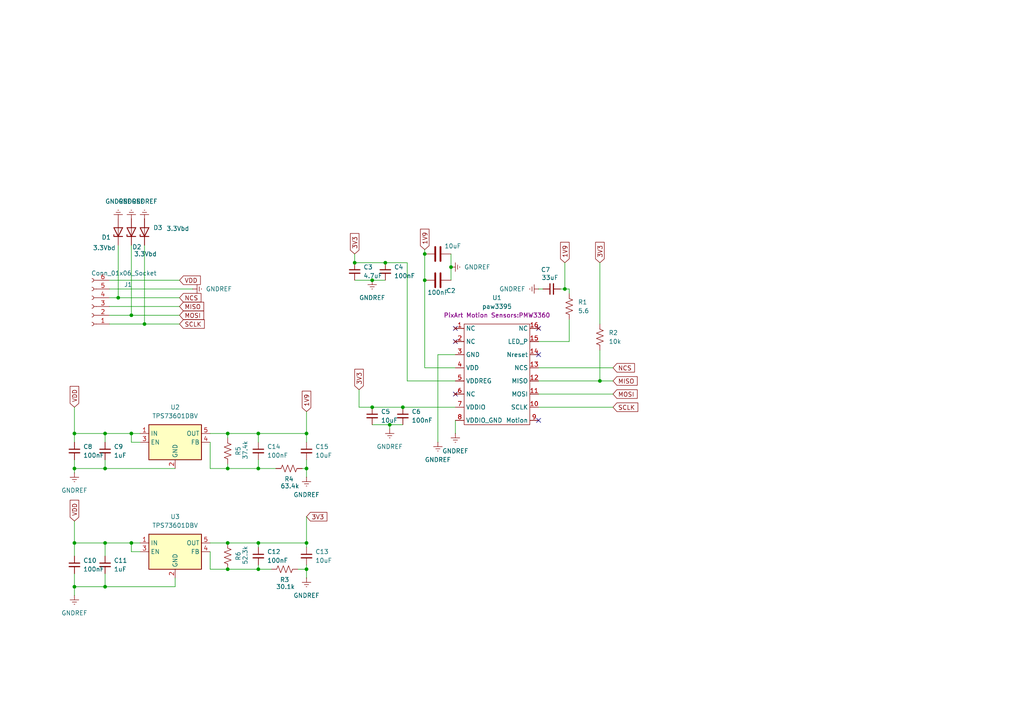
<source format=kicad_sch>
(kicad_sch
	(version 20231120)
	(generator "eeschema")
	(generator_version "8.0")
	(uuid "7fe1407e-68b6-43be-ac6f-b84a3ccc43f5")
	(paper "A4")
	(title_block
		(title "paw3395 breakout board")
		(date "2024-03-15")
		(rev "v1")
		(comment 4 "Author: Viet D Nguyen")
	)
	(lib_symbols
		(symbol "Connector:Conn_01x06_Socket"
			(pin_names
				(offset 1.016) hide)
			(exclude_from_sim no)
			(in_bom yes)
			(on_board yes)
			(property "Reference" "J"
				(at 0 7.62 0)
				(effects
					(font
						(size 1.27 1.27)
					)
				)
			)
			(property "Value" "Conn_01x06_Socket"
				(at 0 -10.16 0)
				(effects
					(font
						(size 1.27 1.27)
					)
				)
			)
			(property "Footprint" ""
				(at 0 0 0)
				(effects
					(font
						(size 1.27 1.27)
					)
					(hide yes)
				)
			)
			(property "Datasheet" "~"
				(at 0 0 0)
				(effects
					(font
						(size 1.27 1.27)
					)
					(hide yes)
				)
			)
			(property "Description" "Generic connector, single row, 01x06, script generated"
				(at 0 0 0)
				(effects
					(font
						(size 1.27 1.27)
					)
					(hide yes)
				)
			)
			(property "ki_locked" ""
				(at 0 0 0)
				(effects
					(font
						(size 1.27 1.27)
					)
				)
			)
			(property "ki_keywords" "connector"
				(at 0 0 0)
				(effects
					(font
						(size 1.27 1.27)
					)
					(hide yes)
				)
			)
			(property "ki_fp_filters" "Connector*:*_1x??_*"
				(at 0 0 0)
				(effects
					(font
						(size 1.27 1.27)
					)
					(hide yes)
				)
			)
			(symbol "Conn_01x06_Socket_1_1"
				(arc
					(start 0 -7.112)
					(mid -0.5058 -7.62)
					(end 0 -8.128)
					(stroke
						(width 0.1524)
						(type default)
					)
					(fill
						(type none)
					)
				)
				(arc
					(start 0 -4.572)
					(mid -0.5058 -5.08)
					(end 0 -5.588)
					(stroke
						(width 0.1524)
						(type default)
					)
					(fill
						(type none)
					)
				)
				(arc
					(start 0 -2.032)
					(mid -0.5058 -2.54)
					(end 0 -3.048)
					(stroke
						(width 0.1524)
						(type default)
					)
					(fill
						(type none)
					)
				)
				(polyline
					(pts
						(xy -1.27 -7.62) (xy -0.508 -7.62)
					)
					(stroke
						(width 0.1524)
						(type default)
					)
					(fill
						(type none)
					)
				)
				(polyline
					(pts
						(xy -1.27 -5.08) (xy -0.508 -5.08)
					)
					(stroke
						(width 0.1524)
						(type default)
					)
					(fill
						(type none)
					)
				)
				(polyline
					(pts
						(xy -1.27 -2.54) (xy -0.508 -2.54)
					)
					(stroke
						(width 0.1524)
						(type default)
					)
					(fill
						(type none)
					)
				)
				(polyline
					(pts
						(xy -1.27 0) (xy -0.508 0)
					)
					(stroke
						(width 0.1524)
						(type default)
					)
					(fill
						(type none)
					)
				)
				(polyline
					(pts
						(xy -1.27 2.54) (xy -0.508 2.54)
					)
					(stroke
						(width 0.1524)
						(type default)
					)
					(fill
						(type none)
					)
				)
				(polyline
					(pts
						(xy -1.27 5.08) (xy -0.508 5.08)
					)
					(stroke
						(width 0.1524)
						(type default)
					)
					(fill
						(type none)
					)
				)
				(arc
					(start 0 0.508)
					(mid -0.5058 0)
					(end 0 -0.508)
					(stroke
						(width 0.1524)
						(type default)
					)
					(fill
						(type none)
					)
				)
				(arc
					(start 0 3.048)
					(mid -0.5058 2.54)
					(end 0 2.032)
					(stroke
						(width 0.1524)
						(type default)
					)
					(fill
						(type none)
					)
				)
				(arc
					(start 0 5.588)
					(mid -0.5058 5.08)
					(end 0 4.572)
					(stroke
						(width 0.1524)
						(type default)
					)
					(fill
						(type none)
					)
				)
				(pin passive line
					(at -5.08 5.08 0)
					(length 3.81)
					(name "Pin_1"
						(effects
							(font
								(size 1.27 1.27)
							)
						)
					)
					(number "1"
						(effects
							(font
								(size 1.27 1.27)
							)
						)
					)
				)
				(pin passive line
					(at -5.08 2.54 0)
					(length 3.81)
					(name "Pin_2"
						(effects
							(font
								(size 1.27 1.27)
							)
						)
					)
					(number "2"
						(effects
							(font
								(size 1.27 1.27)
							)
						)
					)
				)
				(pin passive line
					(at -5.08 0 0)
					(length 3.81)
					(name "Pin_3"
						(effects
							(font
								(size 1.27 1.27)
							)
						)
					)
					(number "3"
						(effects
							(font
								(size 1.27 1.27)
							)
						)
					)
				)
				(pin passive line
					(at -5.08 -2.54 0)
					(length 3.81)
					(name "Pin_4"
						(effects
							(font
								(size 1.27 1.27)
							)
						)
					)
					(number "4"
						(effects
							(font
								(size 1.27 1.27)
							)
						)
					)
				)
				(pin passive line
					(at -5.08 -5.08 0)
					(length 3.81)
					(name "Pin_5"
						(effects
							(font
								(size 1.27 1.27)
							)
						)
					)
					(number "5"
						(effects
							(font
								(size 1.27 1.27)
							)
						)
					)
				)
				(pin passive line
					(at -5.08 -7.62 0)
					(length 3.81)
					(name "Pin_6"
						(effects
							(font
								(size 1.27 1.27)
							)
						)
					)
					(number "6"
						(effects
							(font
								(size 1.27 1.27)
							)
						)
					)
				)
			)
		)
		(symbol "Device:C"
			(pin_numbers hide)
			(pin_names
				(offset 0.254)
			)
			(exclude_from_sim no)
			(in_bom yes)
			(on_board yes)
			(property "Reference" "C"
				(at 0.635 2.54 0)
				(effects
					(font
						(size 1.27 1.27)
					)
					(justify left)
				)
			)
			(property "Value" "C"
				(at 0.635 -2.54 0)
				(effects
					(font
						(size 1.27 1.27)
					)
					(justify left)
				)
			)
			(property "Footprint" ""
				(at 0.9652 -3.81 0)
				(effects
					(font
						(size 1.27 1.27)
					)
					(hide yes)
				)
			)
			(property "Datasheet" "~"
				(at 0 0 0)
				(effects
					(font
						(size 1.27 1.27)
					)
					(hide yes)
				)
			)
			(property "Description" "Unpolarized capacitor"
				(at 0 0 0)
				(effects
					(font
						(size 1.27 1.27)
					)
					(hide yes)
				)
			)
			(property "ki_keywords" "cap capacitor"
				(at 0 0 0)
				(effects
					(font
						(size 1.27 1.27)
					)
					(hide yes)
				)
			)
			(property "ki_fp_filters" "C_*"
				(at 0 0 0)
				(effects
					(font
						(size 1.27 1.27)
					)
					(hide yes)
				)
			)
			(symbol "C_0_1"
				(polyline
					(pts
						(xy -2.032 -0.762) (xy 2.032 -0.762)
					)
					(stroke
						(width 0.508)
						(type default)
					)
					(fill
						(type none)
					)
				)
				(polyline
					(pts
						(xy -2.032 0.762) (xy 2.032 0.762)
					)
					(stroke
						(width 0.508)
						(type default)
					)
					(fill
						(type none)
					)
				)
			)
			(symbol "C_1_1"
				(pin passive line
					(at 0 3.81 270)
					(length 2.794)
					(name "~"
						(effects
							(font
								(size 1.27 1.27)
							)
						)
					)
					(number "1"
						(effects
							(font
								(size 1.27 1.27)
							)
						)
					)
				)
				(pin passive line
					(at 0 -3.81 90)
					(length 2.794)
					(name "~"
						(effects
							(font
								(size 1.27 1.27)
							)
						)
					)
					(number "2"
						(effects
							(font
								(size 1.27 1.27)
							)
						)
					)
				)
			)
		)
		(symbol "Device:C_Small"
			(pin_numbers hide)
			(pin_names
				(offset 0.254) hide)
			(exclude_from_sim no)
			(in_bom yes)
			(on_board yes)
			(property "Reference" "C"
				(at 0.254 1.778 0)
				(effects
					(font
						(size 1.27 1.27)
					)
					(justify left)
				)
			)
			(property "Value" "C_Small"
				(at 0.254 -2.032 0)
				(effects
					(font
						(size 1.27 1.27)
					)
					(justify left)
				)
			)
			(property "Footprint" ""
				(at 0 0 0)
				(effects
					(font
						(size 1.27 1.27)
					)
					(hide yes)
				)
			)
			(property "Datasheet" "~"
				(at 0 0 0)
				(effects
					(font
						(size 1.27 1.27)
					)
					(hide yes)
				)
			)
			(property "Description" "Unpolarized capacitor, small symbol"
				(at 0 0 0)
				(effects
					(font
						(size 1.27 1.27)
					)
					(hide yes)
				)
			)
			(property "ki_keywords" "capacitor cap"
				(at 0 0 0)
				(effects
					(font
						(size 1.27 1.27)
					)
					(hide yes)
				)
			)
			(property "ki_fp_filters" "C_*"
				(at 0 0 0)
				(effects
					(font
						(size 1.27 1.27)
					)
					(hide yes)
				)
			)
			(symbol "C_Small_0_1"
				(polyline
					(pts
						(xy -1.524 -0.508) (xy 1.524 -0.508)
					)
					(stroke
						(width 0.3302)
						(type default)
					)
					(fill
						(type none)
					)
				)
				(polyline
					(pts
						(xy -1.524 0.508) (xy 1.524 0.508)
					)
					(stroke
						(width 0.3048)
						(type default)
					)
					(fill
						(type none)
					)
				)
			)
			(symbol "C_Small_1_1"
				(pin passive line
					(at 0 2.54 270)
					(length 2.032)
					(name "~"
						(effects
							(font
								(size 1.27 1.27)
							)
						)
					)
					(number "1"
						(effects
							(font
								(size 1.27 1.27)
							)
						)
					)
				)
				(pin passive line
					(at 0 -2.54 90)
					(length 2.032)
					(name "~"
						(effects
							(font
								(size 1.27 1.27)
							)
						)
					)
					(number "2"
						(effects
							(font
								(size 1.27 1.27)
							)
						)
					)
				)
			)
		)
		(symbol "Device:D_Zener"
			(pin_numbers hide)
			(pin_names
				(offset 1.016) hide)
			(exclude_from_sim no)
			(in_bom yes)
			(on_board yes)
			(property "Reference" "D"
				(at 0 2.54 0)
				(effects
					(font
						(size 1.27 1.27)
					)
				)
			)
			(property "Value" "D_Zener"
				(at 0 -2.54 0)
				(effects
					(font
						(size 1.27 1.27)
					)
				)
			)
			(property "Footprint" ""
				(at 0 0 0)
				(effects
					(font
						(size 1.27 1.27)
					)
					(hide yes)
				)
			)
			(property "Datasheet" "~"
				(at 0 0 0)
				(effects
					(font
						(size 1.27 1.27)
					)
					(hide yes)
				)
			)
			(property "Description" "Zener diode"
				(at 0 0 0)
				(effects
					(font
						(size 1.27 1.27)
					)
					(hide yes)
				)
			)
			(property "ki_keywords" "diode"
				(at 0 0 0)
				(effects
					(font
						(size 1.27 1.27)
					)
					(hide yes)
				)
			)
			(property "ki_fp_filters" "TO-???* *_Diode_* *SingleDiode* D_*"
				(at 0 0 0)
				(effects
					(font
						(size 1.27 1.27)
					)
					(hide yes)
				)
			)
			(symbol "D_Zener_0_1"
				(polyline
					(pts
						(xy 1.27 0) (xy -1.27 0)
					)
					(stroke
						(width 0)
						(type default)
					)
					(fill
						(type none)
					)
				)
				(polyline
					(pts
						(xy -1.27 -1.27) (xy -1.27 1.27) (xy -0.762 1.27)
					)
					(stroke
						(width 0.254)
						(type default)
					)
					(fill
						(type none)
					)
				)
				(polyline
					(pts
						(xy 1.27 -1.27) (xy 1.27 1.27) (xy -1.27 0) (xy 1.27 -1.27)
					)
					(stroke
						(width 0.254)
						(type default)
					)
					(fill
						(type none)
					)
				)
			)
			(symbol "D_Zener_1_1"
				(pin passive line
					(at -3.81 0 0)
					(length 2.54)
					(name "K"
						(effects
							(font
								(size 1.27 1.27)
							)
						)
					)
					(number "1"
						(effects
							(font
								(size 1.27 1.27)
							)
						)
					)
				)
				(pin passive line
					(at 3.81 0 180)
					(length 2.54)
					(name "A"
						(effects
							(font
								(size 1.27 1.27)
							)
						)
					)
					(number "2"
						(effects
							(font
								(size 1.27 1.27)
							)
						)
					)
				)
			)
		)
		(symbol "Device:R_US"
			(pin_numbers hide)
			(pin_names
				(offset 0)
			)
			(exclude_from_sim no)
			(in_bom yes)
			(on_board yes)
			(property "Reference" "R"
				(at 2.54 0 90)
				(effects
					(font
						(size 1.27 1.27)
					)
				)
			)
			(property "Value" "R_US"
				(at -2.54 0 90)
				(effects
					(font
						(size 1.27 1.27)
					)
				)
			)
			(property "Footprint" ""
				(at 1.016 -0.254 90)
				(effects
					(font
						(size 1.27 1.27)
					)
					(hide yes)
				)
			)
			(property "Datasheet" "~"
				(at 0 0 0)
				(effects
					(font
						(size 1.27 1.27)
					)
					(hide yes)
				)
			)
			(property "Description" "Resistor, US symbol"
				(at 0 0 0)
				(effects
					(font
						(size 1.27 1.27)
					)
					(hide yes)
				)
			)
			(property "ki_keywords" "R res resistor"
				(at 0 0 0)
				(effects
					(font
						(size 1.27 1.27)
					)
					(hide yes)
				)
			)
			(property "ki_fp_filters" "R_*"
				(at 0 0 0)
				(effects
					(font
						(size 1.27 1.27)
					)
					(hide yes)
				)
			)
			(symbol "R_US_0_1"
				(polyline
					(pts
						(xy 0 -2.286) (xy 0 -2.54)
					)
					(stroke
						(width 0)
						(type default)
					)
					(fill
						(type none)
					)
				)
				(polyline
					(pts
						(xy 0 2.286) (xy 0 2.54)
					)
					(stroke
						(width 0)
						(type default)
					)
					(fill
						(type none)
					)
				)
				(polyline
					(pts
						(xy 0 -0.762) (xy 1.016 -1.143) (xy 0 -1.524) (xy -1.016 -1.905) (xy 0 -2.286)
					)
					(stroke
						(width 0)
						(type default)
					)
					(fill
						(type none)
					)
				)
				(polyline
					(pts
						(xy 0 0.762) (xy 1.016 0.381) (xy 0 0) (xy -1.016 -0.381) (xy 0 -0.762)
					)
					(stroke
						(width 0)
						(type default)
					)
					(fill
						(type none)
					)
				)
				(polyline
					(pts
						(xy 0 2.286) (xy 1.016 1.905) (xy 0 1.524) (xy -1.016 1.143) (xy 0 0.762)
					)
					(stroke
						(width 0)
						(type default)
					)
					(fill
						(type none)
					)
				)
			)
			(symbol "R_US_1_1"
				(pin passive line
					(at 0 3.81 270)
					(length 1.27)
					(name "~"
						(effects
							(font
								(size 1.27 1.27)
							)
						)
					)
					(number "1"
						(effects
							(font
								(size 1.27 1.27)
							)
						)
					)
				)
				(pin passive line
					(at 0 -3.81 90)
					(length 1.27)
					(name "~"
						(effects
							(font
								(size 1.27 1.27)
							)
						)
					)
					(number "2"
						(effects
							(font
								(size 1.27 1.27)
							)
						)
					)
				)
			)
		)
		(symbol "Motion sensor:paw3395"
			(exclude_from_sim no)
			(in_bom yes)
			(on_board yes)
			(property "Reference" "U"
				(at -2.54 2.032 0)
				(effects
					(font
						(size 1.27 1.27)
					)
				)
			)
			(property "Value" ""
				(at 0 0 0)
				(effects
					(font
						(size 1.27 1.27)
					)
				)
			)
			(property "Footprint" ""
				(at 0 0 0)
				(effects
					(font
						(size 1.27 1.27)
					)
					(hide yes)
				)
			)
			(property "Datasheet" ""
				(at 0 0 0)
				(effects
					(font
						(size 1.27 1.27)
					)
					(hide yes)
				)
			)
			(property "Description" ""
				(at 0 0 0)
				(effects
					(font
						(size 1.27 1.27)
					)
					(hide yes)
				)
			)
			(symbol "paw3395_0_1"
				(rectangle
					(start 0 0)
					(end 19.05 -29.21)
					(stroke
						(width 0)
						(type default)
					)
					(fill
						(type none)
					)
				)
			)
			(symbol "paw3395_1_1"
				(pin no_connect line
					(at -2.54 -1.27 0)
					(length 2.54)
					(name "NC"
						(effects
							(font
								(size 1.27 1.27)
							)
						)
					)
					(number "1"
						(effects
							(font
								(size 1.27 1.27)
							)
						)
					)
				)
				(pin input line
					(at 21.59 -24.13 180)
					(length 2.54)
					(name "SCLK"
						(effects
							(font
								(size 1.27 1.27)
							)
						)
					)
					(number "10"
						(effects
							(font
								(size 1.27 1.27)
							)
						)
					)
				)
				(pin input line
					(at 21.59 -20.32 180)
					(length 2.54)
					(name "MOSI"
						(effects
							(font
								(size 1.27 1.27)
							)
						)
					)
					(number "11"
						(effects
							(font
								(size 1.27 1.27)
							)
						)
					)
				)
				(pin output line
					(at 21.59 -16.51 180)
					(length 2.54)
					(name "MISO"
						(effects
							(font
								(size 1.27 1.27)
							)
						)
					)
					(number "12"
						(effects
							(font
								(size 1.27 1.27)
							)
						)
					)
				)
				(pin input line
					(at 21.59 -12.7 180)
					(length 2.54)
					(name "NCS"
						(effects
							(font
								(size 1.27 1.27)
							)
						)
					)
					(number "13"
						(effects
							(font
								(size 1.27 1.27)
							)
						)
					)
				)
				(pin input line
					(at 21.59 -8.89 180)
					(length 2.54)
					(name "Nreset"
						(effects
							(font
								(size 1.27 1.27)
							)
						)
					)
					(number "14"
						(effects
							(font
								(size 1.27 1.27)
							)
						)
					)
				)
				(pin input line
					(at 21.59 -5.08 180)
					(length 2.54)
					(name "LED_P"
						(effects
							(font
								(size 1.27 1.27)
							)
						)
					)
					(number "15"
						(effects
							(font
								(size 1.27 1.27)
							)
						)
					)
				)
				(pin no_connect line
					(at 21.59 -1.27 180)
					(length 2.54)
					(name "NC"
						(effects
							(font
								(size 1.27 1.27)
							)
						)
					)
					(number "16"
						(effects
							(font
								(size 1.27 1.27)
							)
						)
					)
				)
				(pin no_connect line
					(at -2.54 -5.08 0)
					(length 2.54)
					(name "NC"
						(effects
							(font
								(size 1.27 1.27)
							)
						)
					)
					(number "2"
						(effects
							(font
								(size 1.27 1.27)
							)
						)
					)
				)
				(pin output line
					(at -2.54 -8.89 0)
					(length 2.54)
					(name "GND"
						(effects
							(font
								(size 1.27 1.27)
							)
						)
					)
					(number "3"
						(effects
							(font
								(size 1.27 1.27)
							)
						)
					)
				)
				(pin input line
					(at -2.54 -12.7 0)
					(length 2.54)
					(name "VDD"
						(effects
							(font
								(size 1.27 1.27)
							)
						)
					)
					(number "4"
						(effects
							(font
								(size 1.27 1.27)
							)
						)
					)
				)
				(pin power_in line
					(at -2.54 -16.51 0)
					(length 2.54)
					(name "VDDREG"
						(effects
							(font
								(size 1.27 1.27)
							)
						)
					)
					(number "5"
						(effects
							(font
								(size 1.27 1.27)
							)
						)
					)
				)
				(pin no_connect line
					(at -2.54 -20.32 0)
					(length 2.54)
					(name "NC"
						(effects
							(font
								(size 1.27 1.27)
							)
						)
					)
					(number "6"
						(effects
							(font
								(size 1.27 1.27)
							)
						)
					)
				)
				(pin power_in line
					(at -2.54 -24.13 0)
					(length 2.54)
					(name "VDDIO"
						(effects
							(font
								(size 1.27 1.27)
							)
						)
					)
					(number "7"
						(effects
							(font
								(size 1.27 1.27)
							)
						)
					)
				)
				(pin power_in line
					(at -2.54 -27.94 0)
					(length 2.54)
					(name "VDDIO_GND"
						(effects
							(font
								(size 1.27 1.27)
							)
						)
					)
					(number "8"
						(effects
							(font
								(size 1.27 1.27)
							)
						)
					)
				)
				(pin output line
					(at 21.59 -27.94 180)
					(length 2.54)
					(name "Motion"
						(effects
							(font
								(size 1.27 1.27)
							)
						)
					)
					(number "9"
						(effects
							(font
								(size 1.27 1.27)
							)
						)
					)
				)
			)
		)
		(symbol "Regulator_Linear:TPS73601DBV"
			(exclude_from_sim no)
			(in_bom yes)
			(on_board yes)
			(property "Reference" "U"
				(at -6.35 6.35 0)
				(effects
					(font
						(size 1.27 1.27)
					)
				)
			)
			(property "Value" "TPS73601DBV"
				(at 0 6.35 0)
				(effects
					(font
						(size 1.27 1.27)
					)
					(justify left)
				)
			)
			(property "Footprint" "Package_TO_SOT_SMD:SOT-23-5"
				(at 0 8.255 0)
				(effects
					(font
						(size 1.27 1.27)
						(italic yes)
					)
					(hide yes)
				)
			)
			(property "Datasheet" "http://www.ti.com/lit/ds/symlink/tps736.pdf"
				(at 0 -1.27 0)
				(effects
					(font
						(size 1.27 1.27)
					)
					(hide yes)
				)
			)
			(property "Description" "Cap free NMOS 400mA Low Drop Adjustable Out Regulator, SOT-23-5"
				(at 0 0 0)
				(effects
					(font
						(size 1.27 1.27)
					)
					(hide yes)
				)
			)
			(property "ki_keywords" "Cap free Adjustable LDO 400mA"
				(at 0 0 0)
				(effects
					(font
						(size 1.27 1.27)
					)
					(hide yes)
				)
			)
			(property "ki_fp_filters" "SOT?23*"
				(at 0 0 0)
				(effects
					(font
						(size 1.27 1.27)
					)
					(hide yes)
				)
			)
			(symbol "TPS73601DBV_0_1"
				(rectangle
					(start -7.62 -5.08)
					(end 7.62 5.08)
					(stroke
						(width 0.254)
						(type default)
					)
					(fill
						(type background)
					)
				)
			)
			(symbol "TPS73601DBV_1_1"
				(pin power_in line
					(at -10.16 2.54 0)
					(length 2.54)
					(name "IN"
						(effects
							(font
								(size 1.27 1.27)
							)
						)
					)
					(number "1"
						(effects
							(font
								(size 1.27 1.27)
							)
						)
					)
				)
				(pin power_in line
					(at 0 -7.62 90)
					(length 2.54)
					(name "GND"
						(effects
							(font
								(size 1.27 1.27)
							)
						)
					)
					(number "2"
						(effects
							(font
								(size 1.27 1.27)
							)
						)
					)
				)
				(pin input line
					(at -10.16 0 0)
					(length 2.54)
					(name "EN"
						(effects
							(font
								(size 1.27 1.27)
							)
						)
					)
					(number "3"
						(effects
							(font
								(size 1.27 1.27)
							)
						)
					)
				)
				(pin input line
					(at 10.16 0 180)
					(length 2.54)
					(name "FB"
						(effects
							(font
								(size 1.27 1.27)
							)
						)
					)
					(number "4"
						(effects
							(font
								(size 1.27 1.27)
							)
						)
					)
				)
				(pin power_out line
					(at 10.16 2.54 180)
					(length 2.54)
					(name "OUT"
						(effects
							(font
								(size 1.27 1.27)
							)
						)
					)
					(number "5"
						(effects
							(font
								(size 1.27 1.27)
							)
						)
					)
				)
			)
		)
		(symbol "power:GNDREF"
			(power)
			(pin_numbers hide)
			(pin_names
				(offset 0) hide)
			(exclude_from_sim no)
			(in_bom yes)
			(on_board yes)
			(property "Reference" "#PWR"
				(at 0 -6.35 0)
				(effects
					(font
						(size 1.27 1.27)
					)
					(hide yes)
				)
			)
			(property "Value" "GNDREF"
				(at 0 -3.81 0)
				(effects
					(font
						(size 1.27 1.27)
					)
				)
			)
			(property "Footprint" ""
				(at 0 0 0)
				(effects
					(font
						(size 1.27 1.27)
					)
					(hide yes)
				)
			)
			(property "Datasheet" ""
				(at 0 0 0)
				(effects
					(font
						(size 1.27 1.27)
					)
					(hide yes)
				)
			)
			(property "Description" "Power symbol creates a global label with name \"GNDREF\" , reference supply ground"
				(at 0 0 0)
				(effects
					(font
						(size 1.27 1.27)
					)
					(hide yes)
				)
			)
			(property "ki_keywords" "global power"
				(at 0 0 0)
				(effects
					(font
						(size 1.27 1.27)
					)
					(hide yes)
				)
			)
			(symbol "GNDREF_0_1"
				(polyline
					(pts
						(xy -0.635 -1.905) (xy 0.635 -1.905)
					)
					(stroke
						(width 0)
						(type default)
					)
					(fill
						(type none)
					)
				)
				(polyline
					(pts
						(xy -0.127 -2.54) (xy 0.127 -2.54)
					)
					(stroke
						(width 0)
						(type default)
					)
					(fill
						(type none)
					)
				)
				(polyline
					(pts
						(xy 0 -1.27) (xy 0 0)
					)
					(stroke
						(width 0)
						(type default)
					)
					(fill
						(type none)
					)
				)
				(polyline
					(pts
						(xy 1.27 -1.27) (xy -1.27 -1.27)
					)
					(stroke
						(width 0)
						(type default)
					)
					(fill
						(type none)
					)
				)
			)
			(symbol "GNDREF_1_1"
				(pin power_in line
					(at 0 0 270)
					(length 0)
					(name "~"
						(effects
							(font
								(size 1.27 1.27)
							)
						)
					)
					(number "1"
						(effects
							(font
								(size 1.27 1.27)
							)
						)
					)
				)
			)
		)
	)
	(junction
		(at 123.19 81.28)
		(diameter 0)
		(color 0 0 0 0)
		(uuid "0427c3b0-7763-4d0b-949b-465f65decab5")
	)
	(junction
		(at 74.93 157.48)
		(diameter 0)
		(color 0 0 0 0)
		(uuid "0942a12a-57f0-4f77-b4a7-9d478f8fcde0")
	)
	(junction
		(at 116.84 118.11)
		(diameter 0)
		(color 0 0 0 0)
		(uuid "18824f04-0d34-424c-90cb-2b2c3796d815")
	)
	(junction
		(at 21.59 135.89)
		(diameter 0)
		(color 0 0 0 0)
		(uuid "1ad551d8-adc8-4d06-b51b-9adabe85997f")
	)
	(junction
		(at 66.04 135.89)
		(diameter 0)
		(color 0 0 0 0)
		(uuid "1d34e7f7-26b2-401f-9b7c-75757b2d3fd4")
	)
	(junction
		(at 163.83 83.82)
		(diameter 0)
		(color 0 0 0 0)
		(uuid "1e46f3a3-487e-4203-ae28-774d0d1c874d")
	)
	(junction
		(at 113.03 123.19)
		(diameter 0)
		(color 0 0 0 0)
		(uuid "2d2911c2-b944-4a58-82fe-b389ad591b40")
	)
	(junction
		(at 41.91 93.98)
		(diameter 0)
		(color 0 0 0 0)
		(uuid "39571412-ddce-4814-89df-fa152fc6459d")
	)
	(junction
		(at 102.87 76.2)
		(diameter 0)
		(color 0 0 0 0)
		(uuid "398688a9-3d7b-4852-9d18-ee9ffc3ce75a")
	)
	(junction
		(at 123.19 73.66)
		(diameter 0)
		(color 0 0 0 0)
		(uuid "3a85d395-652b-40a7-b10a-388583e9f5ee")
	)
	(junction
		(at 30.48 125.73)
		(diameter 0)
		(color 0 0 0 0)
		(uuid "497fee80-28a1-4967-9c9a-869c45283d91")
	)
	(junction
		(at 66.04 125.73)
		(diameter 0)
		(color 0 0 0 0)
		(uuid "513e3f62-989f-4674-88cc-286b3fde4c84")
	)
	(junction
		(at 34.29 86.36)
		(diameter 0)
		(color 0 0 0 0)
		(uuid "5eca6324-e525-4b70-b3e6-266e5ebae537")
	)
	(junction
		(at 74.93 135.89)
		(diameter 0)
		(color 0 0 0 0)
		(uuid "6ecd2e54-b566-4dc3-90be-1534f9b19de1")
	)
	(junction
		(at 21.59 125.73)
		(diameter 0)
		(color 0 0 0 0)
		(uuid "85068abb-39fb-4b7b-b23c-2df958b91875")
	)
	(junction
		(at 21.59 157.48)
		(diameter 0)
		(color 0 0 0 0)
		(uuid "8cd2bb51-f892-4dc3-966d-88a72fa84eed")
	)
	(junction
		(at 130.81 77.47)
		(diameter 0)
		(color 0 0 0 0)
		(uuid "8d2b03f0-e9f3-4938-9970-fd6be97d84fc")
	)
	(junction
		(at 88.9 125.73)
		(diameter 0)
		(color 0 0 0 0)
		(uuid "926b35af-4d41-4079-8329-a11a0b4db875")
	)
	(junction
		(at 88.9 157.48)
		(diameter 0)
		(color 0 0 0 0)
		(uuid "96744e3c-cc0e-4719-9544-41dcf87a3fe5")
	)
	(junction
		(at 107.95 81.28)
		(diameter 0)
		(color 0 0 0 0)
		(uuid "98affa95-26e0-444a-88a5-39a6b2329e06")
	)
	(junction
		(at 111.76 76.2)
		(diameter 0)
		(color 0 0 0 0)
		(uuid "a05a39e3-5d81-4dd0-bb6a-3878704e36bb")
	)
	(junction
		(at 38.1 125.73)
		(diameter 0)
		(color 0 0 0 0)
		(uuid "a545b999-bad5-4af1-8ca4-fb541c139558")
	)
	(junction
		(at 66.04 165.1)
		(diameter 0)
		(color 0 0 0 0)
		(uuid "a7ce8256-a097-4148-8bb3-40484b1ccf4b")
	)
	(junction
		(at 74.93 125.73)
		(diameter 0)
		(color 0 0 0 0)
		(uuid "aec8f89f-7213-410c-bf91-2a716a1b1b07")
	)
	(junction
		(at 38.1 157.48)
		(diameter 0)
		(color 0 0 0 0)
		(uuid "b8fcf02a-d74a-4b4d-8fa0-95db9140bb40")
	)
	(junction
		(at 30.48 157.48)
		(diameter 0)
		(color 0 0 0 0)
		(uuid "bc9a6126-cd84-443d-9bb6-4fa6e8c66337")
	)
	(junction
		(at 66.04 157.48)
		(diameter 0)
		(color 0 0 0 0)
		(uuid "c068edac-d6c5-48d5-aedc-dc9807708677")
	)
	(junction
		(at 88.9 165.1)
		(diameter 0)
		(color 0 0 0 0)
		(uuid "c1d3b9a5-12f6-4acd-a516-c5b2f11c66bd")
	)
	(junction
		(at 173.99 110.49)
		(diameter 0)
		(color 0 0 0 0)
		(uuid "cb9cb6fc-3c80-401c-95a2-dbc6cefdf637")
	)
	(junction
		(at 21.59 170.18)
		(diameter 0)
		(color 0 0 0 0)
		(uuid "cd91a549-2a82-4515-b3f9-3fb20ec218f9")
	)
	(junction
		(at 88.9 135.89)
		(diameter 0)
		(color 0 0 0 0)
		(uuid "d92fce42-d876-450f-a01f-a478c7b371e3")
	)
	(junction
		(at 30.48 170.18)
		(diameter 0)
		(color 0 0 0 0)
		(uuid "d9f51972-0ab5-4b4b-9203-df42864854f5")
	)
	(junction
		(at 74.93 165.1)
		(diameter 0)
		(color 0 0 0 0)
		(uuid "da95a3c2-d873-4e71-bff2-255f9ab39cdb")
	)
	(junction
		(at 30.48 135.89)
		(diameter 0)
		(color 0 0 0 0)
		(uuid "de5640a6-a8e2-4902-bb39-e60e986c2135")
	)
	(junction
		(at 38.1 91.44)
		(diameter 0)
		(color 0 0 0 0)
		(uuid "e79f551c-ba74-4be9-b2aa-95c221f439d9")
	)
	(junction
		(at 107.95 118.11)
		(diameter 0)
		(color 0 0 0 0)
		(uuid "ecf92659-6a25-4bd7-81f5-0275c26cea13")
	)
	(no_connect
		(at 132.08 95.25)
		(uuid "1d0a61f7-2f5b-4773-88dc-c5e51f727e44")
	)
	(no_connect
		(at 156.21 95.25)
		(uuid "61296ca6-c0b0-4278-b6d6-0b39024b6baf")
	)
	(no_connect
		(at 132.08 99.06)
		(uuid "72e06535-afee-48a0-82e0-e74e1df898e6")
	)
	(no_connect
		(at 132.08 114.3)
		(uuid "cd45de69-d0e4-41c7-b199-0e8d8b8b7c87")
	)
	(no_connect
		(at 156.21 102.87)
		(uuid "d5c0d354-5aaa-4877-9c7e-a4a41781fc71")
	)
	(no_connect
		(at 156.21 121.92)
		(uuid "e90b84c6-26d0-40be-a094-b27a0f67b0a3")
	)
	(wire
		(pts
			(xy 21.59 157.48) (xy 21.59 161.29)
		)
		(stroke
			(width 0)
			(type default)
		)
		(uuid "009c9cd7-64cd-47bf-bbfa-05a6bef33ffa")
	)
	(wire
		(pts
			(xy 165.1 92.71) (xy 165.1 99.06)
		)
		(stroke
			(width 0)
			(type default)
		)
		(uuid "02f8c95f-8792-4c43-8ada-19c28a69f05b")
	)
	(wire
		(pts
			(xy 123.19 73.66) (xy 123.19 81.28)
		)
		(stroke
			(width 0)
			(type default)
		)
		(uuid "03470956-9d3c-473a-a034-66e9172b461e")
	)
	(wire
		(pts
			(xy 74.93 125.73) (xy 88.9 125.73)
		)
		(stroke
			(width 0)
			(type default)
		)
		(uuid "040cebac-fe8a-40f3-bc0d-35f45385d4dd")
	)
	(wire
		(pts
			(xy 123.19 72.39) (xy 123.19 73.66)
		)
		(stroke
			(width 0)
			(type default)
		)
		(uuid "06aee4c5-61d7-45cf-9328-dd7f61131ec3")
	)
	(wire
		(pts
			(xy 21.59 135.89) (xy 21.59 137.16)
		)
		(stroke
			(width 0)
			(type default)
		)
		(uuid "0a4a5dd9-dbdb-470c-8b1f-98bd82e65227")
	)
	(wire
		(pts
			(xy 40.64 128.27) (xy 38.1 128.27)
		)
		(stroke
			(width 0)
			(type default)
		)
		(uuid "0c6a0e73-3c4d-4b3a-ad6b-d439094d6732")
	)
	(wire
		(pts
			(xy 132.08 121.92) (xy 132.08 125.73)
		)
		(stroke
			(width 0)
			(type default)
		)
		(uuid "0e7bc27a-7238-45ca-b088-7a2a38344263")
	)
	(wire
		(pts
			(xy 130.81 77.47) (xy 130.81 81.28)
		)
		(stroke
			(width 0)
			(type default)
		)
		(uuid "11f7300b-8e64-41df-b69b-df8f6e8285cc")
	)
	(wire
		(pts
			(xy 60.96 165.1) (xy 66.04 165.1)
		)
		(stroke
			(width 0)
			(type default)
		)
		(uuid "16312133-a1a9-4b4c-ab0e-daa1ae97a58e")
	)
	(wire
		(pts
			(xy 111.76 76.2) (xy 118.11 76.2)
		)
		(stroke
			(width 0)
			(type default)
		)
		(uuid "17f33d78-d0a8-4c04-bb07-dcfa4dc88607")
	)
	(wire
		(pts
			(xy 38.1 157.48) (xy 30.48 157.48)
		)
		(stroke
			(width 0)
			(type default)
		)
		(uuid "1abc1205-32e8-4621-878a-0bde51db01e2")
	)
	(wire
		(pts
			(xy 104.14 118.11) (xy 104.14 113.03)
		)
		(stroke
			(width 0)
			(type default)
		)
		(uuid "1c1e016b-7cb3-4637-a53b-ec3063bde970")
	)
	(wire
		(pts
			(xy 31.75 91.44) (xy 38.1 91.44)
		)
		(stroke
			(width 0)
			(type default)
		)
		(uuid "1d931dc5-ab2b-4308-84bd-19c3141258cd")
	)
	(wire
		(pts
			(xy 86.36 165.1) (xy 88.9 165.1)
		)
		(stroke
			(width 0)
			(type default)
		)
		(uuid "2083bb10-43b5-4245-9441-e3dca36c4953")
	)
	(wire
		(pts
			(xy 30.48 125.73) (xy 21.59 125.73)
		)
		(stroke
			(width 0)
			(type default)
		)
		(uuid "2125ce7a-8866-4bd5-b2aa-0d4d4377808f")
	)
	(wire
		(pts
			(xy 38.1 125.73) (xy 30.48 125.73)
		)
		(stroke
			(width 0)
			(type default)
		)
		(uuid "22552289-3d65-43c5-8b8a-b5b774063649")
	)
	(wire
		(pts
			(xy 30.48 157.48) (xy 30.48 161.29)
		)
		(stroke
			(width 0)
			(type default)
		)
		(uuid "230b488e-fc09-4209-a183-e1a395c8521c")
	)
	(wire
		(pts
			(xy 31.75 93.98) (xy 41.91 93.98)
		)
		(stroke
			(width 0)
			(type default)
		)
		(uuid "23229138-d0eb-4d33-9031-37be52715199")
	)
	(wire
		(pts
			(xy 31.75 86.36) (xy 34.29 86.36)
		)
		(stroke
			(width 0)
			(type default)
		)
		(uuid "24eb96b3-5352-4f54-b7df-21e9f598e02c")
	)
	(wire
		(pts
			(xy 38.1 128.27) (xy 38.1 125.73)
		)
		(stroke
			(width 0)
			(type default)
		)
		(uuid "2c640f84-4f28-40b7-ba17-bf61da22d270")
	)
	(wire
		(pts
			(xy 123.19 81.28) (xy 123.19 106.68)
		)
		(stroke
			(width 0)
			(type default)
		)
		(uuid "2c81c80e-3bb3-4a85-a5a5-6cdf51816ff3")
	)
	(wire
		(pts
			(xy 74.93 157.48) (xy 74.93 158.75)
		)
		(stroke
			(width 0)
			(type default)
		)
		(uuid "2f959784-48df-4998-8d7a-55dad88d40be")
	)
	(wire
		(pts
			(xy 60.96 135.89) (xy 66.04 135.89)
		)
		(stroke
			(width 0)
			(type default)
		)
		(uuid "30e623b3-6751-4291-8177-92669f723c4a")
	)
	(wire
		(pts
			(xy 38.1 71.12) (xy 38.1 91.44)
		)
		(stroke
			(width 0)
			(type default)
		)
		(uuid "32641073-a2d7-4328-aac1-2410df74384d")
	)
	(wire
		(pts
			(xy 31.75 83.82) (xy 55.88 83.82)
		)
		(stroke
			(width 0)
			(type default)
		)
		(uuid "32fe4d18-7653-4055-b2e0-f9d358f65943")
	)
	(wire
		(pts
			(xy 66.04 134.62) (xy 66.04 135.89)
		)
		(stroke
			(width 0)
			(type default)
		)
		(uuid "3817644f-f18f-4b03-bd11-7bec3a3c20a0")
	)
	(wire
		(pts
			(xy 177.8 118.11) (xy 156.21 118.11)
		)
		(stroke
			(width 0)
			(type default)
		)
		(uuid "38b5bbfd-eec2-4555-b1ec-dcbcf0cce7f7")
	)
	(wire
		(pts
			(xy 104.14 118.11) (xy 107.95 118.11)
		)
		(stroke
			(width 0)
			(type default)
		)
		(uuid "38c97b1d-a393-4e69-83da-e511ccbe7be6")
	)
	(wire
		(pts
			(xy 74.93 133.35) (xy 74.93 135.89)
		)
		(stroke
			(width 0)
			(type default)
		)
		(uuid "38f7a93c-d574-48d8-a892-5525e0716a27")
	)
	(wire
		(pts
			(xy 34.29 71.12) (xy 34.29 86.36)
		)
		(stroke
			(width 0)
			(type default)
		)
		(uuid "3f596146-cb66-4967-a2fb-7a1829fac4be")
	)
	(wire
		(pts
			(xy 116.84 118.11) (xy 132.08 118.11)
		)
		(stroke
			(width 0)
			(type default)
		)
		(uuid "4ac68f71-818f-44d7-ac06-873a2c158bb6")
	)
	(wire
		(pts
			(xy 30.48 166.37) (xy 30.48 170.18)
		)
		(stroke
			(width 0)
			(type default)
		)
		(uuid "4b466109-71f2-4df3-96da-0dc45614853a")
	)
	(wire
		(pts
			(xy 66.04 135.89) (xy 74.93 135.89)
		)
		(stroke
			(width 0)
			(type default)
		)
		(uuid "4d2cf5ee-219d-4eb8-a538-3d406266bc70")
	)
	(wire
		(pts
			(xy 163.83 76.2) (xy 163.83 83.82)
		)
		(stroke
			(width 0)
			(type default)
		)
		(uuid "4e241d8b-53ba-43d9-98fa-8eb90ceeecf1")
	)
	(wire
		(pts
			(xy 132.08 102.87) (xy 127 102.87)
		)
		(stroke
			(width 0)
			(type default)
		)
		(uuid "4f6e2e42-ba16-4d50-a215-ff712d3ce67a")
	)
	(wire
		(pts
			(xy 30.48 157.48) (xy 21.59 157.48)
		)
		(stroke
			(width 0)
			(type default)
		)
		(uuid "5031d65d-56c7-4726-883c-6dec1cf2406a")
	)
	(wire
		(pts
			(xy 163.83 83.82) (xy 165.1 83.82)
		)
		(stroke
			(width 0)
			(type default)
		)
		(uuid "52755cdb-09af-4418-8c4e-55274b00a8d5")
	)
	(wire
		(pts
			(xy 118.11 110.49) (xy 118.11 76.2)
		)
		(stroke
			(width 0)
			(type default)
		)
		(uuid "52ec960b-efaa-4e36-addf-bfdd17a9b1c3")
	)
	(wire
		(pts
			(xy 162.56 83.82) (xy 163.83 83.82)
		)
		(stroke
			(width 0)
			(type default)
		)
		(uuid "5e93096c-388e-4867-9495-4de4188d1cde")
	)
	(wire
		(pts
			(xy 87.63 135.89) (xy 88.9 135.89)
		)
		(stroke
			(width 0)
			(type default)
		)
		(uuid "5ee96ec1-cc07-4cb5-9b9d-ff3932b335b5")
	)
	(wire
		(pts
			(xy 165.1 83.82) (xy 165.1 85.09)
		)
		(stroke
			(width 0)
			(type default)
		)
		(uuid "5fdc4a4d-13f9-4ef9-915a-3060cb586d2b")
	)
	(wire
		(pts
			(xy 21.59 166.37) (xy 21.59 170.18)
		)
		(stroke
			(width 0)
			(type default)
		)
		(uuid "6dae4101-808e-46fc-8083-3d5872ac3ecb")
	)
	(wire
		(pts
			(xy 88.9 157.48) (xy 88.9 158.75)
		)
		(stroke
			(width 0)
			(type default)
		)
		(uuid "6e3e40c5-45fb-4ca4-bc9a-a187c10e50a9")
	)
	(wire
		(pts
			(xy 88.9 135.89) (xy 88.9 138.43)
		)
		(stroke
			(width 0)
			(type default)
		)
		(uuid "6ebf566e-ac2f-462b-a285-7b8de1eeb72b")
	)
	(wire
		(pts
			(xy 30.48 133.35) (xy 30.48 135.89)
		)
		(stroke
			(width 0)
			(type default)
		)
		(uuid "6f12bf97-15f4-44cd-ba9a-dbe872f9e7e7")
	)
	(wire
		(pts
			(xy 113.03 124.46) (xy 113.03 123.19)
		)
		(stroke
			(width 0)
			(type default)
		)
		(uuid "7018a97f-4ee7-4b82-924a-5cbddf6aba27")
	)
	(wire
		(pts
			(xy 30.48 135.89) (xy 21.59 135.89)
		)
		(stroke
			(width 0)
			(type default)
		)
		(uuid "740bd8b9-c371-4aaf-8217-24be0daf864f")
	)
	(wire
		(pts
			(xy 74.93 135.89) (xy 80.01 135.89)
		)
		(stroke
			(width 0)
			(type default)
		)
		(uuid "78ca5db3-09a4-4828-b18a-e0f9e0e1e83d")
	)
	(wire
		(pts
			(xy 41.91 71.12) (xy 41.91 93.98)
		)
		(stroke
			(width 0)
			(type default)
		)
		(uuid "79fd2167-603c-4f19-9002-ba2eda9a8094")
	)
	(wire
		(pts
			(xy 60.96 157.48) (xy 66.04 157.48)
		)
		(stroke
			(width 0)
			(type default)
		)
		(uuid "7ae93cb2-b933-44d2-9f20-7c788c1e5a0d")
	)
	(wire
		(pts
			(xy 74.93 163.83) (xy 74.93 165.1)
		)
		(stroke
			(width 0)
			(type default)
		)
		(uuid "7aeb81de-479c-45a9-9055-b951f17eca22")
	)
	(wire
		(pts
			(xy 21.59 157.48) (xy 21.59 151.13)
		)
		(stroke
			(width 0)
			(type default)
		)
		(uuid "7cf45fa9-4c15-4bcf-a413-6a5d9a8a33ce")
	)
	(wire
		(pts
			(xy 173.99 110.49) (xy 177.8 110.49)
		)
		(stroke
			(width 0)
			(type default)
		)
		(uuid "7f073197-a28d-4267-a294-6291ca320e65")
	)
	(wire
		(pts
			(xy 88.9 163.83) (xy 88.9 165.1)
		)
		(stroke
			(width 0)
			(type default)
		)
		(uuid "8403c01e-6c96-493f-bc76-653fd7070b47")
	)
	(wire
		(pts
			(xy 88.9 119.38) (xy 88.9 125.73)
		)
		(stroke
			(width 0)
			(type default)
		)
		(uuid "85c32d19-1a33-4503-9f95-6714a4c0f3af")
	)
	(wire
		(pts
			(xy 66.04 125.73) (xy 66.04 127)
		)
		(stroke
			(width 0)
			(type default)
		)
		(uuid "8a49e533-b843-44e6-ba6d-1911e30ac676")
	)
	(wire
		(pts
			(xy 102.87 81.28) (xy 107.95 81.28)
		)
		(stroke
			(width 0)
			(type default)
		)
		(uuid "8a85e711-17d3-44b4-bda4-7f4225dd9270")
	)
	(wire
		(pts
			(xy 130.81 73.66) (xy 130.81 77.47)
		)
		(stroke
			(width 0)
			(type default)
		)
		(uuid "8b013807-c7bd-4710-8e44-0fe2d8635f5a")
	)
	(wire
		(pts
			(xy 74.93 165.1) (xy 78.74 165.1)
		)
		(stroke
			(width 0)
			(type default)
		)
		(uuid "9000609b-2d7d-4cab-b54b-e9a97a3213ba")
	)
	(wire
		(pts
			(xy 60.96 125.73) (xy 66.04 125.73)
		)
		(stroke
			(width 0)
			(type default)
		)
		(uuid "9286b88a-d318-47f0-a17c-6a85bdf77602")
	)
	(wire
		(pts
			(xy 132.08 106.68) (xy 123.19 106.68)
		)
		(stroke
			(width 0)
			(type default)
		)
		(uuid "98c2f26c-a504-46ae-ad2b-e979ac42b545")
	)
	(wire
		(pts
			(xy 107.95 118.11) (xy 116.84 118.11)
		)
		(stroke
			(width 0)
			(type default)
		)
		(uuid "98fac609-3261-42dc-aeac-cca8b50d24f6")
	)
	(wire
		(pts
			(xy 156.21 114.3) (xy 177.8 114.3)
		)
		(stroke
			(width 0)
			(type default)
		)
		(uuid "9e4b13be-5569-4791-9982-89b8d5858441")
	)
	(wire
		(pts
			(xy 107.95 123.19) (xy 113.03 123.19)
		)
		(stroke
			(width 0)
			(type default)
		)
		(uuid "9e9808cf-2c09-4499-b55e-0fb5b447769d")
	)
	(wire
		(pts
			(xy 38.1 160.02) (xy 40.64 160.02)
		)
		(stroke
			(width 0)
			(type default)
		)
		(uuid "a18d06fc-f9a6-4672-9330-15f38574bf5f")
	)
	(wire
		(pts
			(xy 31.75 88.9) (xy 52.07 88.9)
		)
		(stroke
			(width 0)
			(type default)
		)
		(uuid "a2455499-b839-427b-a6d8-14a8a65312db")
	)
	(wire
		(pts
			(xy 74.93 157.48) (xy 88.9 157.48)
		)
		(stroke
			(width 0)
			(type default)
		)
		(uuid "a34b618b-e285-4367-9f75-dac6dbd846b7")
	)
	(wire
		(pts
			(xy 127 102.87) (xy 127 128.27)
		)
		(stroke
			(width 0)
			(type default)
		)
		(uuid "a57a47e4-0fd7-439c-87a0-0457570fe69c")
	)
	(wire
		(pts
			(xy 21.59 133.35) (xy 21.59 135.89)
		)
		(stroke
			(width 0)
			(type default)
		)
		(uuid "a5b6c545-15a9-47f4-908e-b91476f21959")
	)
	(wire
		(pts
			(xy 173.99 110.49) (xy 173.99 101.6)
		)
		(stroke
			(width 0)
			(type default)
		)
		(uuid "acb00d24-07f3-431e-8ab9-3e67a4597aaf")
	)
	(wire
		(pts
			(xy 102.87 73.66) (xy 102.87 76.2)
		)
		(stroke
			(width 0)
			(type default)
		)
		(uuid "ad506413-9e9a-45d7-8612-5e192f1f83a9")
	)
	(wire
		(pts
			(xy 41.91 93.98) (xy 52.07 93.98)
		)
		(stroke
			(width 0)
			(type default)
		)
		(uuid "add97854-7936-40ac-872c-c02e1fda9e5c")
	)
	(wire
		(pts
			(xy 40.64 125.73) (xy 38.1 125.73)
		)
		(stroke
			(width 0)
			(type default)
		)
		(uuid "b19d136f-5dd7-4ef6-bfc0-04d9b28332a0")
	)
	(wire
		(pts
			(xy 21.59 125.73) (xy 21.59 118.11)
		)
		(stroke
			(width 0)
			(type default)
		)
		(uuid "b899939d-9eb6-4549-add9-ef6b1a05fe57")
	)
	(wire
		(pts
			(xy 21.59 170.18) (xy 30.48 170.18)
		)
		(stroke
			(width 0)
			(type default)
		)
		(uuid "bb6dc5ed-fde0-4293-b842-42f63dd1fd93")
	)
	(wire
		(pts
			(xy 132.08 110.49) (xy 118.11 110.49)
		)
		(stroke
			(width 0)
			(type default)
		)
		(uuid "bc2fae8e-58d7-4927-b20b-90c51ed190f4")
	)
	(wire
		(pts
			(xy 66.04 157.48) (xy 74.93 157.48)
		)
		(stroke
			(width 0)
			(type default)
		)
		(uuid "be147de9-e2d0-4d88-8bad-d051be997a8c")
	)
	(wire
		(pts
			(xy 38.1 157.48) (xy 38.1 160.02)
		)
		(stroke
			(width 0)
			(type default)
		)
		(uuid "c1164f15-9fd5-4d6a-ac62-4cc1b3a2b849")
	)
	(wire
		(pts
			(xy 107.95 81.28) (xy 111.76 81.28)
		)
		(stroke
			(width 0)
			(type default)
		)
		(uuid "c3aa31ff-3eec-4fe8-9b4c-2afc8b150b87")
	)
	(wire
		(pts
			(xy 38.1 91.44) (xy 52.07 91.44)
		)
		(stroke
			(width 0)
			(type default)
		)
		(uuid "c504d50f-9b5b-42fe-912e-6f7454c0fbb0")
	)
	(wire
		(pts
			(xy 88.9 125.73) (xy 88.9 128.27)
		)
		(stroke
			(width 0)
			(type default)
		)
		(uuid "ca7e4346-1797-418b-b87b-2bf1718c3f79")
	)
	(wire
		(pts
			(xy 88.9 165.1) (xy 88.9 167.64)
		)
		(stroke
			(width 0)
			(type default)
		)
		(uuid "cbe51409-346f-4795-be07-454ec181d5ff")
	)
	(wire
		(pts
			(xy 156.21 99.06) (xy 165.1 99.06)
		)
		(stroke
			(width 0)
			(type default)
		)
		(uuid "d008ccfa-db6b-4b51-8c63-4132386b05cf")
	)
	(wire
		(pts
			(xy 50.8 135.89) (xy 30.48 135.89)
		)
		(stroke
			(width 0)
			(type default)
		)
		(uuid "d1ce5a90-6adc-42fc-9cf0-536c3d171cdb")
	)
	(wire
		(pts
			(xy 21.59 125.73) (xy 21.59 128.27)
		)
		(stroke
			(width 0)
			(type default)
		)
		(uuid "d326be9f-e7de-4eeb-b049-666867947b73")
	)
	(wire
		(pts
			(xy 113.03 123.19) (xy 116.84 123.19)
		)
		(stroke
			(width 0)
			(type default)
		)
		(uuid "d41395ea-c34d-4927-9431-4dea064cac1d")
	)
	(wire
		(pts
			(xy 60.96 128.27) (xy 60.96 135.89)
		)
		(stroke
			(width 0)
			(type default)
		)
		(uuid "d4cf2b28-18af-40a1-a334-814a4a1c22b7")
	)
	(wire
		(pts
			(xy 66.04 125.73) (xy 74.93 125.73)
		)
		(stroke
			(width 0)
			(type default)
		)
		(uuid "d591dd77-211f-4684-b533-11b233a73e1f")
	)
	(wire
		(pts
			(xy 88.9 135.89) (xy 88.9 133.35)
		)
		(stroke
			(width 0)
			(type default)
		)
		(uuid "dbf5dcc9-fb3d-4ad4-8811-c99f85545e53")
	)
	(wire
		(pts
			(xy 34.29 86.36) (xy 52.07 86.36)
		)
		(stroke
			(width 0)
			(type default)
		)
		(uuid "dc524c60-bbc3-4487-a894-41e043af0a35")
	)
	(wire
		(pts
			(xy 66.04 165.1) (xy 74.93 165.1)
		)
		(stroke
			(width 0)
			(type default)
		)
		(uuid "df0ae7bb-4a39-4e47-bfa0-86527277022d")
	)
	(wire
		(pts
			(xy 21.59 170.18) (xy 21.59 172.72)
		)
		(stroke
			(width 0)
			(type default)
		)
		(uuid "e13038eb-cd05-46ea-8db2-271870972cca")
	)
	(wire
		(pts
			(xy 60.96 160.02) (xy 60.96 165.1)
		)
		(stroke
			(width 0)
			(type default)
		)
		(uuid "e27ff6f6-631e-4769-9586-12be9d2c2795")
	)
	(wire
		(pts
			(xy 157.48 83.82) (xy 156.21 83.82)
		)
		(stroke
			(width 0)
			(type default)
		)
		(uuid "e7bc88d3-9331-440b-8966-b153cfb0854d")
	)
	(wire
		(pts
			(xy 31.75 81.28) (xy 52.07 81.28)
		)
		(stroke
			(width 0)
			(type default)
		)
		(uuid "ea27e16b-1e86-4c60-ac70-eb5d1eb44391")
	)
	(wire
		(pts
			(xy 173.99 76.2) (xy 173.99 93.98)
		)
		(stroke
			(width 0)
			(type default)
		)
		(uuid "ecb95291-304e-4322-ad79-49f3b0fe4e3a")
	)
	(wire
		(pts
			(xy 50.8 167.64) (xy 50.8 170.18)
		)
		(stroke
			(width 0)
			(type default)
		)
		(uuid "eeab05b3-a602-45c1-a6f3-99a40e854773")
	)
	(wire
		(pts
			(xy 30.48 125.73) (xy 30.48 128.27)
		)
		(stroke
			(width 0)
			(type default)
		)
		(uuid "f2424cf9-e0ce-4371-b405-41fce128686f")
	)
	(wire
		(pts
			(xy 30.48 170.18) (xy 50.8 170.18)
		)
		(stroke
			(width 0)
			(type default)
		)
		(uuid "f2511995-b782-4881-bb80-e9ea0d90d858")
	)
	(wire
		(pts
			(xy 102.87 76.2) (xy 111.76 76.2)
		)
		(stroke
			(width 0)
			(type default)
		)
		(uuid "f2f41788-9862-4bcf-8cc5-3b6471e71d11")
	)
	(wire
		(pts
			(xy 88.9 149.86) (xy 88.9 157.48)
		)
		(stroke
			(width 0)
			(type default)
		)
		(uuid "f32177c1-baf2-4f5a-846a-b4e5eb3b8cc4")
	)
	(wire
		(pts
			(xy 40.64 157.48) (xy 38.1 157.48)
		)
		(stroke
			(width 0)
			(type default)
		)
		(uuid "f453e414-00ea-4859-8240-87b0e314bc0d")
	)
	(wire
		(pts
			(xy 74.93 125.73) (xy 74.93 128.27)
		)
		(stroke
			(width 0)
			(type default)
		)
		(uuid "f590e0a2-be1a-44d1-9dee-8677c50f58a8")
	)
	(wire
		(pts
			(xy 156.21 110.49) (xy 173.99 110.49)
		)
		(stroke
			(width 0)
			(type default)
		)
		(uuid "f67277d8-ca3d-4090-8ecf-24d4452c04d5")
	)
	(wire
		(pts
			(xy 156.21 106.68) (xy 177.8 106.68)
		)
		(stroke
			(width 0)
			(type default)
		)
		(uuid "f785de1d-50eb-4625-adb8-2679e7118fcd")
	)
	(global_label "MISO"
		(shape input)
		(at 52.07 88.9 0)
		(fields_autoplaced yes)
		(effects
			(font
				(size 1.27 1.27)
			)
			(justify left)
		)
		(uuid "00f9da5e-4c3e-4dda-9d32-9661cdc2563f")
		(property "Intersheetrefs" "${INTERSHEET_REFS}"
			(at 59.6514 88.9 0)
			(effects
				(font
					(size 1.27 1.27)
				)
				(justify left)
				(hide yes)
			)
		)
	)
	(global_label "VDD"
		(shape input)
		(at 21.59 151.13 90)
		(fields_autoplaced yes)
		(effects
			(font
				(size 1.27 1.27)
			)
			(justify left)
		)
		(uuid "2403938d-b78b-4108-8985-cd8032d9f749")
		(property "Intersheetrefs" "${INTERSHEET_REFS}"
			(at 21.59 144.5162 90)
			(effects
				(font
					(size 1.27 1.27)
				)
				(justify left)
				(hide yes)
			)
		)
	)
	(global_label "MOSI"
		(shape input)
		(at 177.8 114.3 0)
		(fields_autoplaced yes)
		(effects
			(font
				(size 1.27 1.27)
			)
			(justify left)
		)
		(uuid "45698f6b-0488-47c2-b51c-168645c9e8a2")
		(property "Intersheetrefs" "${INTERSHEET_REFS}"
			(at 185.3814 114.3 0)
			(effects
				(font
					(size 1.27 1.27)
				)
				(justify left)
				(hide yes)
			)
		)
	)
	(global_label "3V3"
		(shape input)
		(at 104.14 113.03 90)
		(fields_autoplaced yes)
		(effects
			(font
				(size 1.27 1.27)
			)
			(justify left)
		)
		(uuid "57a2b351-fca4-491f-a331-c28b512dc714")
		(property "Intersheetrefs" "${INTERSHEET_REFS}"
			(at 104.14 106.5372 90)
			(effects
				(font
					(size 1.27 1.27)
				)
				(justify left)
				(hide yes)
			)
		)
	)
	(global_label "1V9"
		(shape input)
		(at 123.19 72.39 90)
		(fields_autoplaced yes)
		(effects
			(font
				(size 1.27 1.27)
			)
			(justify left)
		)
		(uuid "59f53d71-e6df-4ea0-8e9b-45c2f3ec1081")
		(property "Intersheetrefs" "${INTERSHEET_REFS}"
			(at 123.19 65.8972 90)
			(effects
				(font
					(size 1.27 1.27)
				)
				(justify left)
				(hide yes)
			)
		)
	)
	(global_label "NCS"
		(shape input)
		(at 177.8 106.68 0)
		(fields_autoplaced yes)
		(effects
			(font
				(size 1.27 1.27)
			)
			(justify left)
		)
		(uuid "65c42a04-9134-4d2a-9d46-4c45f94f5a73")
		(property "Intersheetrefs" "${INTERSHEET_REFS}"
			(at 184.5952 106.68 0)
			(effects
				(font
					(size 1.27 1.27)
				)
				(justify left)
				(hide yes)
			)
		)
	)
	(global_label "MOSI"
		(shape input)
		(at 52.07 91.44 0)
		(fields_autoplaced yes)
		(effects
			(font
				(size 1.27 1.27)
			)
			(justify left)
		)
		(uuid "8c4a43a8-4d00-4e4f-96fb-9ad63e7c6818")
		(property "Intersheetrefs" "${INTERSHEET_REFS}"
			(at 59.6514 91.44 0)
			(effects
				(font
					(size 1.27 1.27)
				)
				(justify left)
				(hide yes)
			)
		)
	)
	(global_label "3V3"
		(shape input)
		(at 88.9 149.86 0)
		(fields_autoplaced yes)
		(effects
			(font
				(size 1.27 1.27)
			)
			(justify left)
		)
		(uuid "9079d5ca-fd52-4a5b-b99f-dbb694d50800")
		(property "Intersheetrefs" "${INTERSHEET_REFS}"
			(at 95.3928 149.86 0)
			(effects
				(font
					(size 1.27 1.27)
				)
				(justify left)
				(hide yes)
			)
		)
	)
	(global_label "NCS"
		(shape input)
		(at 52.07 86.36 0)
		(fields_autoplaced yes)
		(effects
			(font
				(size 1.27 1.27)
			)
			(justify left)
		)
		(uuid "9c48b49d-aef8-4bf7-9b3a-6af6d0e23249")
		(property "Intersheetrefs" "${INTERSHEET_REFS}"
			(at 58.8652 86.36 0)
			(effects
				(font
					(size 1.27 1.27)
				)
				(justify left)
				(hide yes)
			)
		)
	)
	(global_label "VDD"
		(shape input)
		(at 52.07 81.28 0)
		(fields_autoplaced yes)
		(effects
			(font
				(size 1.27 1.27)
			)
			(justify left)
		)
		(uuid "9e301647-bbd8-48be-b97a-3287b4e4677e")
		(property "Intersheetrefs" "${INTERSHEET_REFS}"
			(at 58.6838 81.28 0)
			(effects
				(font
					(size 1.27 1.27)
				)
				(justify left)
				(hide yes)
			)
		)
	)
	(global_label "SCLK"
		(shape input)
		(at 177.8 118.11 0)
		(fields_autoplaced yes)
		(effects
			(font
				(size 1.27 1.27)
			)
			(justify left)
		)
		(uuid "aa4c972d-5b37-423e-8e52-a38567fa67e7")
		(property "Intersheetrefs" "${INTERSHEET_REFS}"
			(at 185.5628 118.11 0)
			(effects
				(font
					(size 1.27 1.27)
				)
				(justify left)
				(hide yes)
			)
		)
	)
	(global_label "VDD"
		(shape input)
		(at 21.59 118.11 90)
		(fields_autoplaced yes)
		(effects
			(font
				(size 1.27 1.27)
			)
			(justify left)
		)
		(uuid "b17a3553-52bc-4f21-8bc0-7df6bf6327d5")
		(property "Intersheetrefs" "${INTERSHEET_REFS}"
			(at 21.59 111.4962 90)
			(effects
				(font
					(size 1.27 1.27)
				)
				(justify left)
				(hide yes)
			)
		)
	)
	(global_label "3V3"
		(shape input)
		(at 102.87 73.66 90)
		(fields_autoplaced yes)
		(effects
			(font
				(size 1.27 1.27)
			)
			(justify left)
		)
		(uuid "b2095440-d609-405f-b22b-612207c404d9")
		(property "Intersheetrefs" "${INTERSHEET_REFS}"
			(at 102.87 67.1672 90)
			(effects
				(font
					(size 1.27 1.27)
				)
				(justify left)
				(hide yes)
			)
		)
	)
	(global_label "MISO"
		(shape input)
		(at 177.8 110.49 0)
		(fields_autoplaced yes)
		(effects
			(font
				(size 1.27 1.27)
			)
			(justify left)
		)
		(uuid "d230333f-c429-474a-9676-3ec3f2e14650")
		(property "Intersheetrefs" "${INTERSHEET_REFS}"
			(at 185.3814 110.49 0)
			(effects
				(font
					(size 1.27 1.27)
				)
				(justify left)
				(hide yes)
			)
		)
	)
	(global_label "1V9"
		(shape input)
		(at 163.83 76.2 90)
		(fields_autoplaced yes)
		(effects
			(font
				(size 1.27 1.27)
			)
			(justify left)
		)
		(uuid "d31525ca-5472-4f3d-9f9b-36ab4465c025")
		(property "Intersheetrefs" "${INTERSHEET_REFS}"
			(at 163.83 69.7072 90)
			(effects
				(font
					(size 1.27 1.27)
				)
				(justify left)
				(hide yes)
			)
		)
	)
	(global_label "1V9"
		(shape input)
		(at 88.9 119.38 90)
		(fields_autoplaced yes)
		(effects
			(font
				(size 1.27 1.27)
			)
			(justify left)
		)
		(uuid "e4629e3a-5aa4-4656-9a06-97e36f5f0b8b")
		(property "Intersheetrefs" "${INTERSHEET_REFS}"
			(at 88.9 112.8872 90)
			(effects
				(font
					(size 1.27 1.27)
				)
				(justify left)
				(hide yes)
			)
		)
	)
	(global_label "SCLK"
		(shape input)
		(at 52.07 93.98 0)
		(fields_autoplaced yes)
		(effects
			(font
				(size 1.27 1.27)
			)
			(justify left)
		)
		(uuid "f4858964-a18c-43a6-82d6-4bad1d79ca58")
		(property "Intersheetrefs" "${INTERSHEET_REFS}"
			(at 59.8328 93.98 0)
			(effects
				(font
					(size 1.27 1.27)
				)
				(justify left)
				(hide yes)
			)
		)
	)
	(global_label "3V3"
		(shape input)
		(at 173.99 76.2 90)
		(fields_autoplaced yes)
		(effects
			(font
				(size 1.27 1.27)
			)
			(justify left)
		)
		(uuid "ff971812-fae0-43c7-b6c9-ec038a278f17")
		(property "Intersheetrefs" "${INTERSHEET_REFS}"
			(at 173.99 69.7072 90)
			(effects
				(font
					(size 1.27 1.27)
				)
				(justify left)
				(hide yes)
			)
		)
	)
	(symbol
		(lib_id "power:GNDREF")
		(at 127 128.27 0)
		(unit 1)
		(exclude_from_sim no)
		(in_bom yes)
		(on_board yes)
		(dnp no)
		(fields_autoplaced yes)
		(uuid "0150e896-7892-4439-88d6-10dff3b00ff9")
		(property "Reference" "#PWR01"
			(at 127 134.62 0)
			(effects
				(font
					(size 1.27 1.27)
				)
				(hide yes)
			)
		)
		(property "Value" "GNDREF"
			(at 127 133.35 0)
			(effects
				(font
					(size 1.27 1.27)
				)
			)
		)
		(property "Footprint" ""
			(at 127 128.27 0)
			(effects
				(font
					(size 1.27 1.27)
				)
				(hide yes)
			)
		)
		(property "Datasheet" ""
			(at 127 128.27 0)
			(effects
				(font
					(size 1.27 1.27)
				)
				(hide yes)
			)
		)
		(property "Description" "Power symbol creates a global label with name \"GNDREF\" , reference supply ground"
			(at 127 128.27 0)
			(effects
				(font
					(size 1.27 1.27)
				)
				(hide yes)
			)
		)
		(pin "1"
			(uuid "2b7baaca-782f-4f1b-8e85-2063a34ee31b")
		)
		(instances
			(project "paw3395 breakout board"
				(path "/7fe1407e-68b6-43be-ac6f-b84a3ccc43f5"
					(reference "#PWR01")
					(unit 1)
				)
			)
		)
	)
	(symbol
		(lib_id "Device:R_US")
		(at 82.55 165.1 270)
		(unit 1)
		(exclude_from_sim no)
		(in_bom yes)
		(on_board yes)
		(dnp no)
		(uuid "02ec6ffd-2ab4-48dd-b25c-f540a6f51349")
		(property "Reference" "R3"
			(at 82.55 168.148 90)
			(effects
				(font
					(size 1.27 1.27)
				)
			)
		)
		(property "Value" "30.1k"
			(at 82.804 170.18 90)
			(effects
				(font
					(size 1.27 1.27)
				)
			)
		)
		(property "Footprint" "Resistor_SMD:R_0805_2012Metric"
			(at 82.296 166.116 90)
			(effects
				(font
					(size 1.27 1.27)
				)
				(hide yes)
			)
		)
		(property "Datasheet" "~"
			(at 82.55 165.1 0)
			(effects
				(font
					(size 1.27 1.27)
				)
				(hide yes)
			)
		)
		(property "Description" "Resistor, US symbol"
			(at 82.55 165.1 0)
			(effects
				(font
					(size 1.27 1.27)
				)
				(hide yes)
			)
		)
		(pin "1"
			(uuid "bb20d174-f5c0-4342-ab26-5af81fefec11")
		)
		(pin "2"
			(uuid "380c6387-f2a2-4a64-928b-575a8affcd11")
		)
		(instances
			(project "paw3395 breakout board"
				(path "/7fe1407e-68b6-43be-ac6f-b84a3ccc43f5"
					(reference "R3")
					(unit 1)
				)
			)
		)
	)
	(symbol
		(lib_id "Device:C")
		(at 127 73.66 90)
		(unit 1)
		(exclude_from_sim no)
		(in_bom yes)
		(on_board yes)
		(dnp no)
		(uuid "0a207e98-8396-4dd6-a6ae-2f17dd0d7d27")
		(property "Reference" "C1"
			(at 127 66.04 90)
			(show_name yes)
			(effects
				(font
					(size 1.27 1.27)
				)
				(hide yes)
			)
		)
		(property "Value" "10uF"
			(at 131.318 71.374 90)
			(effects
				(font
					(size 1.27 1.27)
				)
			)
		)
		(property "Footprint" "Capacitor_SMD:C_0805_2012Metric"
			(at 130.81 72.6948 0)
			(effects
				(font
					(size 1.27 1.27)
				)
				(hide yes)
			)
		)
		(property "Datasheet" "~"
			(at 127 73.66 0)
			(effects
				(font
					(size 1.27 1.27)
				)
				(hide yes)
			)
		)
		(property "Description" "Unpolarized capacitor"
			(at 127 73.66 0)
			(effects
				(font
					(size 1.27 1.27)
				)
				(hide yes)
			)
		)
		(pin "1"
			(uuid "dc3e5ca7-ef85-4430-a32b-5eed72315ace")
		)
		(pin "2"
			(uuid "6858ef6f-55fc-4986-b96e-70b3c7548c77")
		)
		(instances
			(project "paw3395 breakout board"
				(path "/7fe1407e-68b6-43be-ac6f-b84a3ccc43f5"
					(reference "C1")
					(unit 1)
				)
			)
		)
	)
	(symbol
		(lib_id "Device:R_US")
		(at 173.99 97.79 0)
		(unit 1)
		(exclude_from_sim no)
		(in_bom yes)
		(on_board yes)
		(dnp no)
		(fields_autoplaced yes)
		(uuid "0f00eb32-bc7a-40a1-92a2-86cb00eede72")
		(property "Reference" "R2"
			(at 176.53 96.5199 0)
			(effects
				(font
					(size 1.27 1.27)
				)
				(justify left)
			)
		)
		(property "Value" "10k"
			(at 176.53 99.0599 0)
			(effects
				(font
					(size 1.27 1.27)
				)
				(justify left)
			)
		)
		(property "Footprint" "Resistor_SMD:R_0805_2012Metric"
			(at 175.006 98.044 90)
			(effects
				(font
					(size 1.27 1.27)
				)
				(hide yes)
			)
		)
		(property "Datasheet" "~"
			(at 173.99 97.79 0)
			(effects
				(font
					(size 1.27 1.27)
				)
				(hide yes)
			)
		)
		(property "Description" "Resistor, US symbol"
			(at 173.99 97.79 0)
			(effects
				(font
					(size 1.27 1.27)
				)
				(hide yes)
			)
		)
		(pin "1"
			(uuid "00612e38-6f8f-45f2-ad55-40ca39c2af9a")
		)
		(pin "2"
			(uuid "90234c34-2f3d-466e-af31-80840d19990f")
		)
		(instances
			(project "paw3395 breakout board"
				(path "/7fe1407e-68b6-43be-ac6f-b84a3ccc43f5"
					(reference "R2")
					(unit 1)
				)
			)
		)
	)
	(symbol
		(lib_id "Device:C_Small")
		(at 102.87 78.74 0)
		(unit 1)
		(exclude_from_sim no)
		(in_bom yes)
		(on_board yes)
		(dnp no)
		(fields_autoplaced yes)
		(uuid "1ae43dba-b652-4451-b589-f0a560bb72a0")
		(property "Reference" "C3"
			(at 105.41 77.4762 0)
			(effects
				(font
					(size 1.27 1.27)
				)
				(justify left)
			)
		)
		(property "Value" "4.7uF"
			(at 105.41 80.0162 0)
			(effects
				(font
					(size 1.27 1.27)
				)
				(justify left)
			)
		)
		(property "Footprint" "Capacitor_SMD:C_0805_2012Metric"
			(at 102.87 78.74 0)
			(effects
				(font
					(size 1.27 1.27)
				)
				(hide yes)
			)
		)
		(property "Datasheet" "~"
			(at 102.87 78.74 0)
			(effects
				(font
					(size 1.27 1.27)
				)
				(hide yes)
			)
		)
		(property "Description" "Unpolarized capacitor, small symbol"
			(at 102.87 78.74 0)
			(effects
				(font
					(size 1.27 1.27)
				)
				(hide yes)
			)
		)
		(pin "2"
			(uuid "f0dd636e-53bc-4166-a478-a0d698a12ea4")
		)
		(pin "1"
			(uuid "e3db33c7-cc4e-4cac-a13e-f0c9011123eb")
		)
		(instances
			(project "paw3395 breakout board"
				(path "/7fe1407e-68b6-43be-ac6f-b84a3ccc43f5"
					(reference "C3")
					(unit 1)
				)
			)
		)
	)
	(symbol
		(lib_id "Device:C_Small")
		(at 21.59 163.83 0)
		(unit 1)
		(exclude_from_sim no)
		(in_bom yes)
		(on_board yes)
		(dnp no)
		(fields_autoplaced yes)
		(uuid "21c7ef25-6e3a-4d31-8dc8-20425fdbd622")
		(property "Reference" "C10"
			(at 24.13 162.5662 0)
			(effects
				(font
					(size 1.27 1.27)
				)
				(justify left)
			)
		)
		(property "Value" "100nF"
			(at 24.13 165.1062 0)
			(effects
				(font
					(size 1.27 1.27)
				)
				(justify left)
			)
		)
		(property "Footprint" "Capacitor_SMD:C_0805_2012Metric"
			(at 21.59 163.83 0)
			(effects
				(font
					(size 1.27 1.27)
				)
				(hide yes)
			)
		)
		(property "Datasheet" "~"
			(at 21.59 163.83 0)
			(effects
				(font
					(size 1.27 1.27)
				)
				(hide yes)
			)
		)
		(property "Description" "Unpolarized capacitor, small symbol"
			(at 21.59 163.83 0)
			(effects
				(font
					(size 1.27 1.27)
				)
				(hide yes)
			)
		)
		(pin "2"
			(uuid "aac9b46e-bfe9-4643-993e-cd1d61271de7")
		)
		(pin "1"
			(uuid "56208dad-1165-4c27-9358-32d966e4b3e7")
		)
		(instances
			(project "paw3395 breakout board"
				(path "/7fe1407e-68b6-43be-ac6f-b84a3ccc43f5"
					(reference "C10")
					(unit 1)
				)
			)
		)
	)
	(symbol
		(lib_id "power:GNDREF")
		(at 130.81 77.47 90)
		(unit 1)
		(exclude_from_sim no)
		(in_bom yes)
		(on_board yes)
		(dnp no)
		(fields_autoplaced yes)
		(uuid "25261e8a-64cb-457f-91ef-1b5e4f8213f6")
		(property "Reference" "#PWR02"
			(at 137.16 77.47 0)
			(effects
				(font
					(size 1.27 1.27)
				)
				(hide yes)
			)
		)
		(property "Value" "GNDREF"
			(at 134.62 77.4699 90)
			(effects
				(font
					(size 1.27 1.27)
				)
				(justify right)
			)
		)
		(property "Footprint" ""
			(at 130.81 77.47 0)
			(effects
				(font
					(size 1.27 1.27)
				)
				(hide yes)
			)
		)
		(property "Datasheet" ""
			(at 130.81 77.47 0)
			(effects
				(font
					(size 1.27 1.27)
				)
				(hide yes)
			)
		)
		(property "Description" "Power symbol creates a global label with name \"GNDREF\" , reference supply ground"
			(at 130.81 77.47 0)
			(effects
				(font
					(size 1.27 1.27)
				)
				(hide yes)
			)
		)
		(pin "1"
			(uuid "b33873f7-c604-420e-b895-aa45a322ef3f")
		)
		(instances
			(project "paw3395 breakout board"
				(path "/7fe1407e-68b6-43be-ac6f-b84a3ccc43f5"
					(reference "#PWR02")
					(unit 1)
				)
			)
		)
	)
	(symbol
		(lib_id "Device:C_Small")
		(at 21.59 130.81 0)
		(unit 1)
		(exclude_from_sim no)
		(in_bom yes)
		(on_board yes)
		(dnp no)
		(fields_autoplaced yes)
		(uuid "26cea69d-9a9d-46a5-9764-3749ffb70de8")
		(property "Reference" "C8"
			(at 24.13 129.5462 0)
			(effects
				(font
					(size 1.27 1.27)
				)
				(justify left)
			)
		)
		(property "Value" "100nF"
			(at 24.13 132.0862 0)
			(effects
				(font
					(size 1.27 1.27)
				)
				(justify left)
			)
		)
		(property "Footprint" "Capacitor_SMD:C_0805_2012Metric"
			(at 21.59 130.81 0)
			(effects
				(font
					(size 1.27 1.27)
				)
				(hide yes)
			)
		)
		(property "Datasheet" "~"
			(at 21.59 130.81 0)
			(effects
				(font
					(size 1.27 1.27)
				)
				(hide yes)
			)
		)
		(property "Description" "Unpolarized capacitor, small symbol"
			(at 21.59 130.81 0)
			(effects
				(font
					(size 1.27 1.27)
				)
				(hide yes)
			)
		)
		(pin "2"
			(uuid "00335240-b6be-44ca-b41c-203c2a314f80")
		)
		(pin "1"
			(uuid "7c8c6b68-3fb8-4441-a832-4b1a38681b3f")
		)
		(instances
			(project "paw3395 breakout board"
				(path "/7fe1407e-68b6-43be-ac6f-b84a3ccc43f5"
					(reference "C8")
					(unit 1)
				)
			)
		)
	)
	(symbol
		(lib_id "Device:C_Small")
		(at 88.9 130.81 0)
		(unit 1)
		(exclude_from_sim no)
		(in_bom yes)
		(on_board yes)
		(dnp no)
		(fields_autoplaced yes)
		(uuid "3209ccb7-615d-4944-8a4d-82f5eb65a934")
		(property "Reference" "C15"
			(at 91.44 129.5462 0)
			(effects
				(font
					(size 1.27 1.27)
				)
				(justify left)
			)
		)
		(property "Value" "10uF"
			(at 91.44 132.0862 0)
			(effects
				(font
					(size 1.27 1.27)
				)
				(justify left)
			)
		)
		(property "Footprint" "Capacitor_SMD:C_0805_2012Metric"
			(at 88.9 130.81 0)
			(effects
				(font
					(size 1.27 1.27)
				)
				(hide yes)
			)
		)
		(property "Datasheet" "~"
			(at 88.9 130.81 0)
			(effects
				(font
					(size 1.27 1.27)
				)
				(hide yes)
			)
		)
		(property "Description" "Unpolarized capacitor, small symbol"
			(at 88.9 130.81 0)
			(effects
				(font
					(size 1.27 1.27)
				)
				(hide yes)
			)
		)
		(pin "2"
			(uuid "7eca91c4-25a7-486b-8943-11516c10c3c1")
		)
		(pin "1"
			(uuid "ae27c665-1dbc-4f3b-b5b5-886e124d42f0")
		)
		(instances
			(project "paw3395 breakout board"
				(path "/7fe1407e-68b6-43be-ac6f-b84a3ccc43f5"
					(reference "C15")
					(unit 1)
				)
			)
		)
	)
	(symbol
		(lib_id "Device:C_Small")
		(at 88.9 161.29 0)
		(unit 1)
		(exclude_from_sim no)
		(in_bom yes)
		(on_board yes)
		(dnp no)
		(fields_autoplaced yes)
		(uuid "32f59ca2-d1b2-4c9d-849d-1c3f16a5f91f")
		(property "Reference" "C13"
			(at 91.44 160.0262 0)
			(effects
				(font
					(size 1.27 1.27)
				)
				(justify left)
			)
		)
		(property "Value" "10uF"
			(at 91.44 162.5662 0)
			(effects
				(font
					(size 1.27 1.27)
				)
				(justify left)
			)
		)
		(property "Footprint" "Capacitor_SMD:C_0805_2012Metric"
			(at 88.9 161.29 0)
			(effects
				(font
					(size 1.27 1.27)
				)
				(hide yes)
			)
		)
		(property "Datasheet" "~"
			(at 88.9 161.29 0)
			(effects
				(font
					(size 1.27 1.27)
				)
				(hide yes)
			)
		)
		(property "Description" "Unpolarized capacitor, small symbol"
			(at 88.9 161.29 0)
			(effects
				(font
					(size 1.27 1.27)
				)
				(hide yes)
			)
		)
		(pin "2"
			(uuid "8da59574-d813-41c1-81e4-dc9138affb96")
		)
		(pin "1"
			(uuid "0a3514d1-ca93-4440-9930-6e2c93e07167")
		)
		(instances
			(project "paw3395 breakout board"
				(path "/7fe1407e-68b6-43be-ac6f-b84a3ccc43f5"
					(reference "C13")
					(unit 1)
				)
			)
		)
	)
	(symbol
		(lib_id "power:GNDREF")
		(at 88.9 167.64 0)
		(unit 1)
		(exclude_from_sim no)
		(in_bom yes)
		(on_board yes)
		(dnp no)
		(fields_autoplaced yes)
		(uuid "3c4ed23f-4512-43c0-b8f7-ce6252ec2752")
		(property "Reference" "#PWR016"
			(at 88.9 173.99 0)
			(effects
				(font
					(size 1.27 1.27)
				)
				(hide yes)
			)
		)
		(property "Value" "GNDREF"
			(at 88.9 172.72 0)
			(effects
				(font
					(size 1.27 1.27)
				)
			)
		)
		(property "Footprint" ""
			(at 88.9 167.64 0)
			(effects
				(font
					(size 1.27 1.27)
				)
				(hide yes)
			)
		)
		(property "Datasheet" ""
			(at 88.9 167.64 0)
			(effects
				(font
					(size 1.27 1.27)
				)
				(hide yes)
			)
		)
		(property "Description" "Power symbol creates a global label with name \"GNDREF\" , reference supply ground"
			(at 88.9 167.64 0)
			(effects
				(font
					(size 1.27 1.27)
				)
				(hide yes)
			)
		)
		(pin "1"
			(uuid "d4b2e86f-337a-4892-8f26-0f16c9f74ee2")
		)
		(instances
			(project "paw3395 breakout board"
				(path "/7fe1407e-68b6-43be-ac6f-b84a3ccc43f5"
					(reference "#PWR016")
					(unit 1)
				)
			)
		)
	)
	(symbol
		(lib_id "Device:R_US")
		(at 66.04 161.29 0)
		(unit 1)
		(exclude_from_sim no)
		(in_bom yes)
		(on_board yes)
		(dnp no)
		(uuid "4564814d-d183-4362-bed5-293a248cfde4")
		(property "Reference" "R6"
			(at 69.088 161.29 90)
			(effects
				(font
					(size 1.27 1.27)
				)
			)
		)
		(property "Value" "52.3k"
			(at 71.12 161.036 90)
			(effects
				(font
					(size 1.27 1.27)
				)
			)
		)
		(property "Footprint" "Resistor_SMD:R_0805_2012Metric"
			(at 67.056 161.544 90)
			(effects
				(font
					(size 1.27 1.27)
				)
				(hide yes)
			)
		)
		(property "Datasheet" "~"
			(at 66.04 161.29 0)
			(effects
				(font
					(size 1.27 1.27)
				)
				(hide yes)
			)
		)
		(property "Description" "Resistor, US symbol"
			(at 66.04 161.29 0)
			(effects
				(font
					(size 1.27 1.27)
				)
				(hide yes)
			)
		)
		(pin "1"
			(uuid "0e8bb9b5-e2e5-476c-8786-d7303cf343d6")
		)
		(pin "2"
			(uuid "595e5781-9741-4186-b873-21e539f758fd")
		)
		(instances
			(project "paw3395 breakout board"
				(path "/7fe1407e-68b6-43be-ac6f-b84a3ccc43f5"
					(reference "R6")
					(unit 1)
				)
			)
		)
	)
	(symbol
		(lib_id "Device:D_Zener")
		(at 38.1 67.31 90)
		(unit 1)
		(exclude_from_sim no)
		(in_bom yes)
		(on_board yes)
		(dnp no)
		(uuid "497c08ca-bd7c-4988-bf4f-b3e2a35be3bb")
		(property "Reference" "D2"
			(at 38.354 71.628 90)
			(effects
				(font
					(size 1.27 1.27)
				)
				(justify right)
			)
		)
		(property "Value" "3.3Vbd"
			(at 38.862 73.66 90)
			(effects
				(font
					(size 1.27 1.27)
				)
				(justify right)
			)
		)
		(property "Footprint" "Diode_SMD:D_SOD-323"
			(at 38.1 67.31 0)
			(effects
				(font
					(size 1.27 1.27)
				)
				(hide yes)
			)
		)
		(property "Datasheet" "~"
			(at 38.1 67.31 0)
			(effects
				(font
					(size 1.27 1.27)
				)
				(hide yes)
			)
		)
		(property "Description" "Zener diode"
			(at 38.1 67.31 0)
			(effects
				(font
					(size 1.27 1.27)
				)
				(hide yes)
			)
		)
		(pin "1"
			(uuid "0ef864f2-536b-4854-84db-49951a77b865")
		)
		(pin "2"
			(uuid "69b96d9c-433a-444d-ad5d-3c2bdc8cb9e6")
		)
		(instances
			(project "paw3395 breakout board"
				(path "/7fe1407e-68b6-43be-ac6f-b84a3ccc43f5"
					(reference "D2")
					(unit 1)
				)
			)
		)
	)
	(symbol
		(lib_id "power:GNDREF")
		(at 156.21 83.82 270)
		(unit 1)
		(exclude_from_sim no)
		(in_bom yes)
		(on_board yes)
		(dnp no)
		(fields_autoplaced yes)
		(uuid "4ead7d89-8184-4938-8b7d-8ed35dc20dc9")
		(property "Reference" "#PWR011"
			(at 149.86 83.82 0)
			(effects
				(font
					(size 1.27 1.27)
				)
				(hide yes)
			)
		)
		(property "Value" "GNDREF"
			(at 152.4 83.8199 90)
			(effects
				(font
					(size 1.27 1.27)
				)
				(justify right)
			)
		)
		(property "Footprint" ""
			(at 156.21 83.82 0)
			(effects
				(font
					(size 1.27 1.27)
				)
				(hide yes)
			)
		)
		(property "Datasheet" ""
			(at 156.21 83.82 0)
			(effects
				(font
					(size 1.27 1.27)
				)
				(hide yes)
			)
		)
		(property "Description" "Power symbol creates a global label with name \"GNDREF\" , reference supply ground"
			(at 156.21 83.82 0)
			(effects
				(font
					(size 1.27 1.27)
				)
				(hide yes)
			)
		)
		(pin "1"
			(uuid "9c243755-028c-4aff-8423-90b76bc71ae1")
		)
		(instances
			(project "paw3395 breakout board"
				(path "/7fe1407e-68b6-43be-ac6f-b84a3ccc43f5"
					(reference "#PWR011")
					(unit 1)
				)
			)
		)
	)
	(symbol
		(lib_id "Device:D_Zener")
		(at 41.91 67.31 90)
		(unit 1)
		(exclude_from_sim no)
		(in_bom yes)
		(on_board yes)
		(dnp no)
		(uuid "56e3123b-0a21-405d-971d-685bc6506dd3")
		(property "Reference" "D3"
			(at 44.45 66.0399 90)
			(effects
				(font
					(size 1.27 1.27)
				)
				(justify right)
			)
		)
		(property "Value" "3.3Vbd"
			(at 48.26 66.294 90)
			(effects
				(font
					(size 1.27 1.27)
				)
				(justify right)
			)
		)
		(property "Footprint" "Diode_SMD:D_SOD-323"
			(at 41.91 67.31 0)
			(effects
				(font
					(size 1.27 1.27)
				)
				(hide yes)
			)
		)
		(property "Datasheet" "~"
			(at 41.91 67.31 0)
			(effects
				(font
					(size 1.27 1.27)
				)
				(hide yes)
			)
		)
		(property "Description" "Zener diode"
			(at 41.91 67.31 0)
			(effects
				(font
					(size 1.27 1.27)
				)
				(hide yes)
			)
		)
		(pin "1"
			(uuid "51ce167a-20b2-47a8-b715-a4ce88d399dc")
		)
		(pin "2"
			(uuid "45d20e22-af85-4271-b608-2dfcc83f1a36")
		)
		(instances
			(project "paw3395 breakout board"
				(path "/7fe1407e-68b6-43be-ac6f-b84a3ccc43f5"
					(reference "D3")
					(unit 1)
				)
			)
		)
	)
	(symbol
		(lib_id "Device:C_Small")
		(at 111.76 78.74 0)
		(unit 1)
		(exclude_from_sim no)
		(in_bom yes)
		(on_board yes)
		(dnp no)
		(fields_autoplaced yes)
		(uuid "5b99f854-86c7-4fd2-8181-8b4d5f68e63b")
		(property "Reference" "C4"
			(at 114.3 77.4762 0)
			(effects
				(font
					(size 1.27 1.27)
				)
				(justify left)
			)
		)
		(property "Value" "100nF"
			(at 114.3 80.0162 0)
			(effects
				(font
					(size 1.27 1.27)
				)
				(justify left)
			)
		)
		(property "Footprint" "Capacitor_SMD:C_0805_2012Metric"
			(at 111.76 78.74 0)
			(effects
				(font
					(size 1.27 1.27)
				)
				(hide yes)
			)
		)
		(property "Datasheet" "~"
			(at 111.76 78.74 0)
			(effects
				(font
					(size 1.27 1.27)
				)
				(hide yes)
			)
		)
		(property "Description" "Unpolarized capacitor, small symbol"
			(at 111.76 78.74 0)
			(effects
				(font
					(size 1.27 1.27)
				)
				(hide yes)
			)
		)
		(pin "2"
			(uuid "aa6bf4ea-510d-405d-973c-da4bbcef1808")
		)
		(pin "1"
			(uuid "06305a00-c41d-489d-ac36-82bde4f8a4d9")
		)
		(instances
			(project "paw3395 breakout board"
				(path "/7fe1407e-68b6-43be-ac6f-b84a3ccc43f5"
					(reference "C4")
					(unit 1)
				)
			)
		)
	)
	(symbol
		(lib_id "Device:R_US")
		(at 83.82 135.89 270)
		(unit 1)
		(exclude_from_sim no)
		(in_bom yes)
		(on_board yes)
		(dnp no)
		(uuid "620cd0cd-7f17-46ef-8f3f-c06c973348db")
		(property "Reference" "R4"
			(at 83.82 138.938 90)
			(effects
				(font
					(size 1.27 1.27)
				)
			)
		)
		(property "Value" "63.4k"
			(at 84.074 140.97 90)
			(effects
				(font
					(size 1.27 1.27)
				)
			)
		)
		(property "Footprint" "Resistor_SMD:R_0805_2012Metric"
			(at 83.566 136.906 90)
			(effects
				(font
					(size 1.27 1.27)
				)
				(hide yes)
			)
		)
		(property "Datasheet" "~"
			(at 83.82 135.89 0)
			(effects
				(font
					(size 1.27 1.27)
				)
				(hide yes)
			)
		)
		(property "Description" "Resistor, US symbol"
			(at 83.82 135.89 0)
			(effects
				(font
					(size 1.27 1.27)
				)
				(hide yes)
			)
		)
		(pin "1"
			(uuid "3d63cf1d-e620-44c5-8c4c-70c70ce994b1")
		)
		(pin "2"
			(uuid "c927ff8f-23b9-4846-9521-16d4a9542abe")
		)
		(instances
			(project "paw3395 breakout board"
				(path "/7fe1407e-68b6-43be-ac6f-b84a3ccc43f5"
					(reference "R4")
					(unit 1)
				)
			)
		)
	)
	(symbol
		(lib_id "power:GNDREF")
		(at 55.88 83.82 90)
		(unit 1)
		(exclude_from_sim no)
		(in_bom yes)
		(on_board yes)
		(dnp no)
		(fields_autoplaced yes)
		(uuid "6562c773-b338-4a96-a244-80e56584bfbc")
		(property "Reference" "#PWR04"
			(at 62.23 83.82 0)
			(effects
				(font
					(size 1.27 1.27)
				)
				(hide yes)
			)
		)
		(property "Value" "GNDREF"
			(at 59.69 83.8199 90)
			(effects
				(font
					(size 1.27 1.27)
				)
				(justify right)
			)
		)
		(property "Footprint" ""
			(at 55.88 83.82 0)
			(effects
				(font
					(size 1.27 1.27)
				)
				(hide yes)
			)
		)
		(property "Datasheet" ""
			(at 55.88 83.82 0)
			(effects
				(font
					(size 1.27 1.27)
				)
				(hide yes)
			)
		)
		(property "Description" "Power symbol creates a global label with name \"GNDREF\" , reference supply ground"
			(at 55.88 83.82 0)
			(effects
				(font
					(size 1.27 1.27)
				)
				(hide yes)
			)
		)
		(pin "1"
			(uuid "a3aff08d-ef0f-44f9-a1dd-b26a810c4bb7")
		)
		(instances
			(project "paw3395 breakout board"
				(path "/7fe1407e-68b6-43be-ac6f-b84a3ccc43f5"
					(reference "#PWR04")
					(unit 1)
				)
			)
		)
	)
	(symbol
		(lib_id "Device:R_US")
		(at 165.1 88.9 0)
		(unit 1)
		(exclude_from_sim no)
		(in_bom yes)
		(on_board yes)
		(dnp no)
		(fields_autoplaced yes)
		(uuid "6f1b2d1c-1e6f-4654-bccc-56a838f49dc5")
		(property "Reference" "R1"
			(at 167.64 87.6299 0)
			(effects
				(font
					(size 1.27 1.27)
				)
				(justify left)
			)
		)
		(property "Value" "5.6"
			(at 167.64 90.1699 0)
			(effects
				(font
					(size 1.27 1.27)
				)
				(justify left)
			)
		)
		(property "Footprint" "Resistor_SMD:R_0805_2012Metric"
			(at 166.116 89.154 90)
			(effects
				(font
					(size 1.27 1.27)
				)
				(hide yes)
			)
		)
		(property "Datasheet" "~"
			(at 165.1 88.9 0)
			(effects
				(font
					(size 1.27 1.27)
				)
				(hide yes)
			)
		)
		(property "Description" "Resistor, US symbol"
			(at 165.1 88.9 0)
			(effects
				(font
					(size 1.27 1.27)
				)
				(hide yes)
			)
		)
		(pin "1"
			(uuid "ad25cd6e-3e70-440a-9b37-91c499e6b472")
		)
		(pin "2"
			(uuid "d04356dc-7a0b-4e22-91f4-b373ba04f6b8")
		)
		(instances
			(project "paw3395 breakout board"
				(path "/7fe1407e-68b6-43be-ac6f-b84a3ccc43f5"
					(reference "R1")
					(unit 1)
				)
			)
		)
	)
	(symbol
		(lib_id "Device:R_US")
		(at 66.04 130.81 0)
		(unit 1)
		(exclude_from_sim no)
		(in_bom yes)
		(on_board yes)
		(dnp no)
		(uuid "7d4122e8-c30c-4dc9-81ce-ae36703b7efa")
		(property "Reference" "R5"
			(at 69.088 130.81 90)
			(effects
				(font
					(size 1.27 1.27)
				)
			)
		)
		(property "Value" "37.4k"
			(at 71.12 130.556 90)
			(effects
				(font
					(size 1.27 1.27)
				)
			)
		)
		(property "Footprint" "Resistor_SMD:R_0805_2012Metric"
			(at 67.056 131.064 90)
			(effects
				(font
					(size 1.27 1.27)
				)
				(hide yes)
			)
		)
		(property "Datasheet" "~"
			(at 66.04 130.81 0)
			(effects
				(font
					(size 1.27 1.27)
				)
				(hide yes)
			)
		)
		(property "Description" "Resistor, US symbol"
			(at 66.04 130.81 0)
			(effects
				(font
					(size 1.27 1.27)
				)
				(hide yes)
			)
		)
		(pin "1"
			(uuid "aef7d1a0-fffa-440f-92fa-daa73bedbc25")
		)
		(pin "2"
			(uuid "b7981125-f58e-4e07-9551-654d9aa9d82a")
		)
		(instances
			(project "paw3395 breakout board"
				(path "/7fe1407e-68b6-43be-ac6f-b84a3ccc43f5"
					(reference "R5")
					(unit 1)
				)
			)
		)
	)
	(symbol
		(lib_id "power:GNDREF")
		(at 132.08 125.73 0)
		(unit 1)
		(exclude_from_sim no)
		(in_bom yes)
		(on_board yes)
		(dnp no)
		(fields_autoplaced yes)
		(uuid "7e598531-dd80-4cc1-8e85-8f1aa78c9953")
		(property "Reference" "#PWR07"
			(at 132.08 132.08 0)
			(effects
				(font
					(size 1.27 1.27)
				)
				(hide yes)
			)
		)
		(property "Value" "GNDREF"
			(at 132.08 130.81 0)
			(effects
				(font
					(size 1.27 1.27)
				)
			)
		)
		(property "Footprint" ""
			(at 132.08 125.73 0)
			(effects
				(font
					(size 1.27 1.27)
				)
				(hide yes)
			)
		)
		(property "Datasheet" ""
			(at 132.08 125.73 0)
			(effects
				(font
					(size 1.27 1.27)
				)
				(hide yes)
			)
		)
		(property "Description" "Power symbol creates a global label with name \"GNDREF\" , reference supply ground"
			(at 132.08 125.73 0)
			(effects
				(font
					(size 1.27 1.27)
				)
				(hide yes)
			)
		)
		(pin "1"
			(uuid "4b612bc2-8ecb-49c6-9751-4355c2a513a0")
		)
		(instances
			(project "paw3395 breakout board"
				(path "/7fe1407e-68b6-43be-ac6f-b84a3ccc43f5"
					(reference "#PWR07")
					(unit 1)
				)
			)
		)
	)
	(symbol
		(lib_id "power:GNDREF")
		(at 34.29 63.5 180)
		(unit 1)
		(exclude_from_sim no)
		(in_bom yes)
		(on_board yes)
		(dnp no)
		(fields_autoplaced yes)
		(uuid "7fd4d1e9-2719-4760-96e1-e96bbfe38b12")
		(property "Reference" "#PWR05"
			(at 34.29 57.15 0)
			(effects
				(font
					(size 1.27 1.27)
				)
				(hide yes)
			)
		)
		(property "Value" "GNDREF"
			(at 34.29 58.42 0)
			(effects
				(font
					(size 1.27 1.27)
				)
			)
		)
		(property "Footprint" ""
			(at 34.29 63.5 0)
			(effects
				(font
					(size 1.27 1.27)
				)
				(hide yes)
			)
		)
		(property "Datasheet" ""
			(at 34.29 63.5 0)
			(effects
				(font
					(size 1.27 1.27)
				)
				(hide yes)
			)
		)
		(property "Description" "Power symbol creates a global label with name \"GNDREF\" , reference supply ground"
			(at 34.29 63.5 0)
			(effects
				(font
					(size 1.27 1.27)
				)
				(hide yes)
			)
		)
		(pin "1"
			(uuid "7401dadd-5d9e-4c6e-b22e-87257f2db5ef")
		)
		(instances
			(project "paw3395 breakout board"
				(path "/7fe1407e-68b6-43be-ac6f-b84a3ccc43f5"
					(reference "#PWR05")
					(unit 1)
				)
			)
		)
	)
	(symbol
		(lib_id "Device:C")
		(at 127 81.28 90)
		(unit 1)
		(exclude_from_sim no)
		(in_bom yes)
		(on_board yes)
		(dnp no)
		(uuid "8467a4e6-6070-4ff8-9a08-aa1c4ba518c2")
		(property "Reference" "C2"
			(at 130.81 84.328 90)
			(effects
				(font
					(size 1.27 1.27)
				)
			)
		)
		(property "Value" "100nF"
			(at 127 84.836 90)
			(effects
				(font
					(size 1.27 1.27)
				)
			)
		)
		(property "Footprint" "Capacitor_SMD:C_0805_2012Metric"
			(at 130.81 80.3148 0)
			(effects
				(font
					(size 1.27 1.27)
				)
				(hide yes)
			)
		)
		(property "Datasheet" "~"
			(at 127 81.28 0)
			(effects
				(font
					(size 1.27 1.27)
				)
				(hide yes)
			)
		)
		(property "Description" "Unpolarized capacitor"
			(at 127 81.28 0)
			(effects
				(font
					(size 1.27 1.27)
				)
				(hide yes)
			)
		)
		(pin "1"
			(uuid "b3574ecc-0ad5-4468-bc98-de8c4a2b64a1")
		)
		(pin "2"
			(uuid "04119ad4-900a-443c-ba3c-dd1183937ca7")
		)
		(instances
			(project "paw3395 breakout board"
				(path "/7fe1407e-68b6-43be-ac6f-b84a3ccc43f5"
					(reference "C2")
					(unit 1)
				)
			)
		)
	)
	(symbol
		(lib_id "Device:C_Small")
		(at 74.93 161.29 0)
		(unit 1)
		(exclude_from_sim no)
		(in_bom yes)
		(on_board yes)
		(dnp no)
		(fields_autoplaced yes)
		(uuid "846ef4f7-d30d-4e83-b1bb-71e5c1d0e7db")
		(property "Reference" "C12"
			(at 77.47 160.0262 0)
			(effects
				(font
					(size 1.27 1.27)
				)
				(justify left)
			)
		)
		(property "Value" "100nF"
			(at 77.47 162.5662 0)
			(effects
				(font
					(size 1.27 1.27)
				)
				(justify left)
			)
		)
		(property "Footprint" "Capacitor_SMD:C_0805_2012Metric"
			(at 74.93 161.29 0)
			(effects
				(font
					(size 1.27 1.27)
				)
				(hide yes)
			)
		)
		(property "Datasheet" "~"
			(at 74.93 161.29 0)
			(effects
				(font
					(size 1.27 1.27)
				)
				(hide yes)
			)
		)
		(property "Description" "Unpolarized capacitor, small symbol"
			(at 74.93 161.29 0)
			(effects
				(font
					(size 1.27 1.27)
				)
				(hide yes)
			)
		)
		(pin "2"
			(uuid "2b6f8af9-0e38-4bdd-b19f-a92ef22c975c")
		)
		(pin "1"
			(uuid "27741871-36dc-4c69-bba6-1745c6ea3594")
		)
		(instances
			(project "paw3395 breakout board"
				(path "/7fe1407e-68b6-43be-ac6f-b84a3ccc43f5"
					(reference "C12")
					(unit 1)
				)
			)
		)
	)
	(symbol
		(lib_id "Regulator_Linear:TPS73601DBV")
		(at 50.8 160.02 0)
		(unit 1)
		(exclude_from_sim no)
		(in_bom yes)
		(on_board yes)
		(dnp no)
		(fields_autoplaced yes)
		(uuid "94bcbf78-1f64-49a5-93f5-572c93612ed4")
		(property "Reference" "U3"
			(at 50.8 149.86 0)
			(effects
				(font
					(size 1.27 1.27)
				)
			)
		)
		(property "Value" "TPS73601DBV"
			(at 50.8 152.4 0)
			(effects
				(font
					(size 1.27 1.27)
				)
			)
		)
		(property "Footprint" "Package_TO_SOT_SMD:SOT-23-5"
			(at 50.8 151.765 0)
			(effects
				(font
					(size 1.27 1.27)
					(italic yes)
				)
				(hide yes)
			)
		)
		(property "Datasheet" "http://www.ti.com/lit/ds/symlink/tps736.pdf"
			(at 50.8 161.29 0)
			(effects
				(font
					(size 1.27 1.27)
				)
				(hide yes)
			)
		)
		(property "Description" "Cap free NMOS 400mA Low Drop Adjustable Out Regulator, SOT-23-5"
			(at 50.8 160.02 0)
			(effects
				(font
					(size 1.27 1.27)
				)
				(hide yes)
			)
		)
		(pin "2"
			(uuid "a0d8ddc4-73f8-4677-aefc-073abd30eb9f")
		)
		(pin "5"
			(uuid "c2794e7e-4b73-476b-9790-1abd3746ec3d")
		)
		(pin "1"
			(uuid "2796b29b-a303-497e-b953-07ec0f25c3ea")
		)
		(pin "3"
			(uuid "e8e8d42e-d481-48fc-8a89-9066fee2c5a3")
		)
		(pin "4"
			(uuid "ca35b1a6-994f-49eb-9c98-15115e069299")
		)
		(instances
			(project "paw3395 breakout board"
				(path "/7fe1407e-68b6-43be-ac6f-b84a3ccc43f5"
					(reference "U3")
					(unit 1)
				)
			)
		)
	)
	(symbol
		(lib_id "power:GNDREF")
		(at 21.59 172.72 0)
		(unit 1)
		(exclude_from_sim no)
		(in_bom yes)
		(on_board yes)
		(dnp no)
		(fields_autoplaced yes)
		(uuid "9d1b4ac7-95be-4802-b4bf-4e3d82270c1f")
		(property "Reference" "#PWR014"
			(at 21.59 179.07 0)
			(effects
				(font
					(size 1.27 1.27)
				)
				(hide yes)
			)
		)
		(property "Value" "GNDREF"
			(at 21.59 177.8 0)
			(effects
				(font
					(size 1.27 1.27)
				)
			)
		)
		(property "Footprint" ""
			(at 21.59 172.72 0)
			(effects
				(font
					(size 1.27 1.27)
				)
				(hide yes)
			)
		)
		(property "Datasheet" ""
			(at 21.59 172.72 0)
			(effects
				(font
					(size 1.27 1.27)
				)
				(hide yes)
			)
		)
		(property "Description" "Power symbol creates a global label with name \"GNDREF\" , reference supply ground"
			(at 21.59 172.72 0)
			(effects
				(font
					(size 1.27 1.27)
				)
				(hide yes)
			)
		)
		(pin "1"
			(uuid "99dd56bf-1164-41c6-8889-875041bd1302")
		)
		(instances
			(project "paw3395 breakout board"
				(path "/7fe1407e-68b6-43be-ac6f-b84a3ccc43f5"
					(reference "#PWR014")
					(unit 1)
				)
			)
		)
	)
	(symbol
		(lib_id "Device:C_Small")
		(at 107.95 120.65 0)
		(unit 1)
		(exclude_from_sim no)
		(in_bom yes)
		(on_board yes)
		(dnp no)
		(fields_autoplaced yes)
		(uuid "9dc41067-3c4e-4bde-9e83-b8374ef189c2")
		(property "Reference" "C5"
			(at 110.49 119.3862 0)
			(effects
				(font
					(size 1.27 1.27)
				)
				(justify left)
			)
		)
		(property "Value" "10uF"
			(at 110.49 121.9262 0)
			(effects
				(font
					(size 1.27 1.27)
				)
				(justify left)
			)
		)
		(property "Footprint" "Capacitor_SMD:C_0805_2012Metric"
			(at 107.95 120.65 0)
			(effects
				(font
					(size 1.27 1.27)
				)
				(hide yes)
			)
		)
		(property "Datasheet" "~"
			(at 107.95 120.65 0)
			(effects
				(font
					(size 1.27 1.27)
				)
				(hide yes)
			)
		)
		(property "Description" "Unpolarized capacitor, small symbol"
			(at 107.95 120.65 0)
			(effects
				(font
					(size 1.27 1.27)
				)
				(hide yes)
			)
		)
		(pin "2"
			(uuid "8bbf0d7f-a1b6-4f11-b6fc-e2c052334568")
		)
		(pin "1"
			(uuid "c686d23c-1824-4377-b137-13e741d3cbcd")
		)
		(instances
			(project "paw3395 breakout board"
				(path "/7fe1407e-68b6-43be-ac6f-b84a3ccc43f5"
					(reference "C5")
					(unit 1)
				)
			)
		)
	)
	(symbol
		(lib_id "Device:D_Zener")
		(at 34.29 67.31 90)
		(unit 1)
		(exclude_from_sim no)
		(in_bom yes)
		(on_board yes)
		(dnp no)
		(uuid "9f9d5af3-5faa-4706-a3c6-e1cf44db766d")
		(property "Reference" "D1"
			(at 29.464 68.834 90)
			(effects
				(font
					(size 1.27 1.27)
				)
				(justify right)
			)
		)
		(property "Value" "3.3Vbd"
			(at 26.924 71.882 90)
			(effects
				(font
					(size 1.27 1.27)
				)
				(justify right)
			)
		)
		(property "Footprint" "Diode_SMD:D_SOD-323"
			(at 34.29 67.31 0)
			(effects
				(font
					(size 1.27 1.27)
				)
				(hide yes)
			)
		)
		(property "Datasheet" "~"
			(at 34.29 67.31 0)
			(effects
				(font
					(size 1.27 1.27)
				)
				(hide yes)
			)
		)
		(property "Description" "Zener diode"
			(at 34.29 67.31 0)
			(effects
				(font
					(size 1.27 1.27)
				)
				(hide yes)
			)
		)
		(pin "1"
			(uuid "4f27bd69-6cf2-4d7e-aad5-a09a67ea16c9")
		)
		(pin "2"
			(uuid "ba10ff12-cac5-446b-b173-bf198e2d6318")
		)
		(instances
			(project "paw3395 breakout board"
				(path "/7fe1407e-68b6-43be-ac6f-b84a3ccc43f5"
					(reference "D1")
					(unit 1)
				)
			)
		)
	)
	(symbol
		(lib_id "Device:C_Small")
		(at 74.93 130.81 0)
		(unit 1)
		(exclude_from_sim no)
		(in_bom yes)
		(on_board yes)
		(dnp no)
		(fields_autoplaced yes)
		(uuid "a03b5cf9-335e-4a4d-8317-979ff6a7f3bc")
		(property "Reference" "C14"
			(at 77.47 129.5462 0)
			(effects
				(font
					(size 1.27 1.27)
				)
				(justify left)
			)
		)
		(property "Value" "100nF"
			(at 77.47 132.0862 0)
			(effects
				(font
					(size 1.27 1.27)
				)
				(justify left)
			)
		)
		(property "Footprint" "Capacitor_SMD:C_0805_2012Metric"
			(at 74.93 130.81 0)
			(effects
				(font
					(size 1.27 1.27)
				)
				(hide yes)
			)
		)
		(property "Datasheet" "~"
			(at 74.93 130.81 0)
			(effects
				(font
					(size 1.27 1.27)
				)
				(hide yes)
			)
		)
		(property "Description" "Unpolarized capacitor, small symbol"
			(at 74.93 130.81 0)
			(effects
				(font
					(size 1.27 1.27)
				)
				(hide yes)
			)
		)
		(pin "2"
			(uuid "bb90d1f3-b7b0-417d-a287-65e26c168c4d")
		)
		(pin "1"
			(uuid "6ef023db-3ae2-4cee-ad5a-78a2be4b4a2b")
		)
		(instances
			(project "paw3395 breakout board"
				(path "/7fe1407e-68b6-43be-ac6f-b84a3ccc43f5"
					(reference "C14")
					(unit 1)
				)
			)
		)
	)
	(symbol
		(lib_id "power:GNDREF")
		(at 107.95 81.28 0)
		(unit 1)
		(exclude_from_sim no)
		(in_bom yes)
		(on_board yes)
		(dnp no)
		(fields_autoplaced yes)
		(uuid "a97d95ca-e231-4ecc-9455-c08e77f2667c")
		(property "Reference" "#PWR06"
			(at 107.95 87.63 0)
			(effects
				(font
					(size 1.27 1.27)
				)
				(hide yes)
			)
		)
		(property "Value" "GNDREF"
			(at 107.95 86.36 0)
			(effects
				(font
					(size 1.27 1.27)
				)
			)
		)
		(property "Footprint" ""
			(at 107.95 81.28 0)
			(effects
				(font
					(size 1.27 1.27)
				)
				(hide yes)
			)
		)
		(property "Datasheet" ""
			(at 107.95 81.28 0)
			(effects
				(font
					(size 1.27 1.27)
				)
				(hide yes)
			)
		)
		(property "Description" "Power symbol creates a global label with name \"GNDREF\" , reference supply ground"
			(at 107.95 81.28 0)
			(effects
				(font
					(size 1.27 1.27)
				)
				(hide yes)
			)
		)
		(pin "1"
			(uuid "8f5c2d66-b883-4b47-b7a7-a6f3c75f0013")
		)
		(instances
			(project "paw3395 breakout board"
				(path "/7fe1407e-68b6-43be-ac6f-b84a3ccc43f5"
					(reference "#PWR06")
					(unit 1)
				)
			)
		)
	)
	(symbol
		(lib_id "power:GNDREF")
		(at 21.59 137.16 0)
		(unit 1)
		(exclude_from_sim no)
		(in_bom yes)
		(on_board yes)
		(dnp no)
		(fields_autoplaced yes)
		(uuid "b1ff32b3-ca1e-47a9-8c8b-c4eebd50fd50")
		(property "Reference" "#PWR03"
			(at 21.59 143.51 0)
			(effects
				(font
					(size 1.27 1.27)
				)
				(hide yes)
			)
		)
		(property "Value" "GNDREF"
			(at 21.59 142.24 0)
			(effects
				(font
					(size 1.27 1.27)
				)
			)
		)
		(property "Footprint" ""
			(at 21.59 137.16 0)
			(effects
				(font
					(size 1.27 1.27)
				)
				(hide yes)
			)
		)
		(property "Datasheet" ""
			(at 21.59 137.16 0)
			(effects
				(font
					(size 1.27 1.27)
				)
				(hide yes)
			)
		)
		(property "Description" "Power symbol creates a global label with name \"GNDREF\" , reference supply ground"
			(at 21.59 137.16 0)
			(effects
				(font
					(size 1.27 1.27)
				)
				(hide yes)
			)
		)
		(pin "1"
			(uuid "3e1145bb-47de-4bfb-b75f-354d4ce748b8")
		)
		(instances
			(project "paw3395 breakout board"
				(path "/7fe1407e-68b6-43be-ac6f-b84a3ccc43f5"
					(reference "#PWR03")
					(unit 1)
				)
			)
		)
	)
	(symbol
		(lib_id "Device:C_Small")
		(at 116.84 120.65 0)
		(unit 1)
		(exclude_from_sim no)
		(in_bom yes)
		(on_board yes)
		(dnp no)
		(fields_autoplaced yes)
		(uuid "b22b8684-7d1b-458d-a804-12e7cc2c8504")
		(property "Reference" "C6"
			(at 119.38 119.3862 0)
			(effects
				(font
					(size 1.27 1.27)
				)
				(justify left)
			)
		)
		(property "Value" "100nF"
			(at 119.38 121.9262 0)
			(effects
				(font
					(size 1.27 1.27)
				)
				(justify left)
			)
		)
		(property "Footprint" "Capacitor_SMD:C_0805_2012Metric"
			(at 116.84 120.65 0)
			(effects
				(font
					(size 1.27 1.27)
				)
				(hide yes)
			)
		)
		(property "Datasheet" "~"
			(at 116.84 120.65 0)
			(effects
				(font
					(size 1.27 1.27)
				)
				(hide yes)
			)
		)
		(property "Description" "Unpolarized capacitor, small symbol"
			(at 116.84 120.65 0)
			(effects
				(font
					(size 1.27 1.27)
				)
				(hide yes)
			)
		)
		(pin "2"
			(uuid "75cc73f3-6ab0-43db-8a96-097df1c5a88b")
		)
		(pin "1"
			(uuid "0b6298bd-b647-4fa7-9acd-945f65a88806")
		)
		(instances
			(project "paw3395 breakout board"
				(path "/7fe1407e-68b6-43be-ac6f-b84a3ccc43f5"
					(reference "C6")
					(unit 1)
				)
			)
		)
	)
	(symbol
		(lib_id "power:GNDREF")
		(at 38.1 63.5 180)
		(unit 1)
		(exclude_from_sim no)
		(in_bom yes)
		(on_board yes)
		(dnp no)
		(fields_autoplaced yes)
		(uuid "b4f3d523-8836-4a66-97a2-42ba4aeb735a")
		(property "Reference" "#PWR08"
			(at 38.1 57.15 0)
			(effects
				(font
					(size 1.27 1.27)
				)
				(hide yes)
			)
		)
		(property "Value" "GNDREF"
			(at 38.1 58.42 0)
			(effects
				(font
					(size 1.27 1.27)
				)
			)
		)
		(property "Footprint" ""
			(at 38.1 63.5 0)
			(effects
				(font
					(size 1.27 1.27)
				)
				(hide yes)
			)
		)
		(property "Datasheet" ""
			(at 38.1 63.5 0)
			(effects
				(font
					(size 1.27 1.27)
				)
				(hide yes)
			)
		)
		(property "Description" "Power symbol creates a global label with name \"GNDREF\" , reference supply ground"
			(at 38.1 63.5 0)
			(effects
				(font
					(size 1.27 1.27)
				)
				(hide yes)
			)
		)
		(pin "1"
			(uuid "d64c173f-70d6-47ef-8256-35297c85bc1e")
		)
		(instances
			(project "paw3395 breakout board"
				(path "/7fe1407e-68b6-43be-ac6f-b84a3ccc43f5"
					(reference "#PWR08")
					(unit 1)
				)
			)
		)
	)
	(symbol
		(lib_id "Device:C_Small")
		(at 30.48 163.83 0)
		(unit 1)
		(exclude_from_sim no)
		(in_bom yes)
		(on_board yes)
		(dnp no)
		(fields_autoplaced yes)
		(uuid "b6b54d19-2720-49a2-a1d3-e5899a460a7f")
		(property "Reference" "C11"
			(at 33.02 162.5662 0)
			(effects
				(font
					(size 1.27 1.27)
				)
				(justify left)
			)
		)
		(property "Value" "1uF"
			(at 33.02 165.1062 0)
			(effects
				(font
					(size 1.27 1.27)
				)
				(justify left)
			)
		)
		(property "Footprint" "Capacitor_SMD:C_0805_2012Metric"
			(at 30.48 163.83 0)
			(effects
				(font
					(size 1.27 1.27)
				)
				(hide yes)
			)
		)
		(property "Datasheet" "~"
			(at 30.48 163.83 0)
			(effects
				(font
					(size 1.27 1.27)
				)
				(hide yes)
			)
		)
		(property "Description" "Unpolarized capacitor, small symbol"
			(at 30.48 163.83 0)
			(effects
				(font
					(size 1.27 1.27)
				)
				(hide yes)
			)
		)
		(pin "2"
			(uuid "14ef70c5-217e-4445-bbab-b6c6f2ae2757")
		)
		(pin "1"
			(uuid "ef0e4c0a-f205-487c-9b26-6f322cf5ea4b")
		)
		(instances
			(project "paw3395 breakout board"
				(path "/7fe1407e-68b6-43be-ac6f-b84a3ccc43f5"
					(reference "C11")
					(unit 1)
				)
			)
		)
	)
	(symbol
		(lib_id "Connector:Conn_01x06_Socket")
		(at 26.67 88.9 180)
		(unit 1)
		(exclude_from_sim no)
		(in_bom yes)
		(on_board yes)
		(dnp no)
		(uuid "c281ad2f-24f9-450c-b74a-46fbe0c31a54")
		(property "Reference" "J1"
			(at 38.354 82.55 0)
			(effects
				(font
					(size 1.27 1.27)
				)
				(justify left)
			)
		)
		(property "Value" "Conn_01x06_Socket"
			(at 45.466 79.248 0)
			(effects
				(font
					(size 1.27 1.27)
				)
				(justify left)
			)
		)
		(property "Footprint" "Connector_PinSocket_2.54mm:PinSocket_1x06_P2.54mm_Vertical"
			(at 26.67 88.9 0)
			(effects
				(font
					(size 1.27 1.27)
				)
				(hide yes)
			)
		)
		(property "Datasheet" "~"
			(at 26.67 88.9 0)
			(effects
				(font
					(size 1.27 1.27)
				)
				(hide yes)
			)
		)
		(property "Description" "Generic connector, single row, 01x06, script generated"
			(at 26.67 88.9 0)
			(effects
				(font
					(size 1.27 1.27)
				)
				(hide yes)
			)
		)
		(pin "6"
			(uuid "e55fd235-006b-4527-b369-730c42383038")
		)
		(pin "5"
			(uuid "dfe2d2f9-51f1-4667-9ba3-f935a87282b4")
		)
		(pin "3"
			(uuid "c4bc4120-6cc9-4260-8400-235eee29c111")
		)
		(pin "2"
			(uuid "63857001-2b3a-4497-8d8a-db7044942999")
		)
		(pin "4"
			(uuid "ed3f8ebd-5974-442b-a51a-189045a56468")
		)
		(pin "1"
			(uuid "005393ac-202f-4c2d-bf14-db45055415be")
		)
		(instances
			(project "paw3395 breakout board"
				(path "/7fe1407e-68b6-43be-ac6f-b84a3ccc43f5"
					(reference "J1")
					(unit 1)
				)
			)
		)
	)
	(symbol
		(lib_id "Regulator_Linear:TPS73601DBV")
		(at 50.8 128.27 0)
		(unit 1)
		(exclude_from_sim no)
		(in_bom yes)
		(on_board yes)
		(dnp no)
		(fields_autoplaced yes)
		(uuid "c932e52e-63f0-4ff3-9bda-0c1ba3cc6e98")
		(property "Reference" "U2"
			(at 50.8 118.11 0)
			(effects
				(font
					(size 1.27 1.27)
				)
			)
		)
		(property "Value" "TPS73601DBV"
			(at 50.8 120.65 0)
			(effects
				(font
					(size 1.27 1.27)
				)
			)
		)
		(property "Footprint" "Package_TO_SOT_SMD:SOT-23-5"
			(at 50.8 120.015 0)
			(effects
				(font
					(size 1.27 1.27)
					(italic yes)
				)
				(hide yes)
			)
		)
		(property "Datasheet" "http://www.ti.com/lit/ds/symlink/tps736.pdf"
			(at 50.8 129.54 0)
			(effects
				(font
					(size 1.27 1.27)
				)
				(hide yes)
			)
		)
		(property "Description" "Cap free NMOS 400mA Low Drop Adjustable Out Regulator, SOT-23-5"
			(at 50.8 128.27 0)
			(effects
				(font
					(size 1.27 1.27)
				)
				(hide yes)
			)
		)
		(pin "2"
			(uuid "e59b9320-426d-4ab1-92fa-bf26998ee48d")
		)
		(pin "5"
			(uuid "8236529a-04a8-4737-a7d9-0209ae0de71a")
		)
		(pin "1"
			(uuid "fdc1b1e8-5f52-4dc2-96af-b572da76053d")
		)
		(pin "3"
			(uuid "9e630e48-3687-497c-9b19-9a3988692cb2")
		)
		(pin "4"
			(uuid "c53d87d5-ac75-4b22-aa24-271ee24a120d")
		)
		(instances
			(project "paw3395 breakout board"
				(path "/7fe1407e-68b6-43be-ac6f-b84a3ccc43f5"
					(reference "U2")
					(unit 1)
				)
			)
		)
	)
	(symbol
		(lib_id "Device:C_Small")
		(at 160.02 83.82 90)
		(unit 1)
		(exclude_from_sim no)
		(in_bom yes)
		(on_board yes)
		(dnp no)
		(uuid "ca28e92c-beb6-40eb-8d72-a1a792bcd30d")
		(property "Reference" "C7"
			(at 158.242 78.232 90)
			(effects
				(font
					(size 1.27 1.27)
				)
			)
		)
		(property "Value" "33uF"
			(at 159.512 80.518 90)
			(effects
				(font
					(size 1.27 1.27)
				)
			)
		)
		(property "Footprint" "Capacitor_SMD:C_0805_2012Metric"
			(at 160.02 83.82 0)
			(effects
				(font
					(size 1.27 1.27)
				)
				(hide yes)
			)
		)
		(property "Datasheet" "~"
			(at 160.02 83.82 0)
			(effects
				(font
					(size 1.27 1.27)
				)
				(hide yes)
			)
		)
		(property "Description" "Unpolarized capacitor, small symbol"
			(at 160.02 83.82 0)
			(effects
				(font
					(size 1.27 1.27)
				)
				(hide yes)
			)
		)
		(pin "2"
			(uuid "2ae74f06-7f0a-4771-87e8-e4053cbf7474")
		)
		(pin "1"
			(uuid "a54a1a32-b11d-4daa-9218-ae5d13a2f696")
		)
		(instances
			(project "paw3395 breakout board"
				(path "/7fe1407e-68b6-43be-ac6f-b84a3ccc43f5"
					(reference "C7")
					(unit 1)
				)
			)
		)
	)
	(symbol
		(lib_id "Device:C_Small")
		(at 30.48 130.81 0)
		(unit 1)
		(exclude_from_sim no)
		(in_bom yes)
		(on_board yes)
		(dnp no)
		(fields_autoplaced yes)
		(uuid "e2aa0e83-8f5d-425c-83c1-ce883a8c95f3")
		(property "Reference" "C9"
			(at 33.02 129.5462 0)
			(effects
				(font
					(size 1.27 1.27)
				)
				(justify left)
			)
		)
		(property "Value" "1uF"
			(at 33.02 132.0862 0)
			(effects
				(font
					(size 1.27 1.27)
				)
				(justify left)
			)
		)
		(property "Footprint" "Capacitor_SMD:C_0805_2012Metric"
			(at 30.48 130.81 0)
			(effects
				(font
					(size 1.27 1.27)
				)
				(hide yes)
			)
		)
		(property "Datasheet" "~"
			(at 30.48 130.81 0)
			(effects
				(font
					(size 1.27 1.27)
				)
				(hide yes)
			)
		)
		(property "Description" "Unpolarized capacitor, small symbol"
			(at 30.48 130.81 0)
			(effects
				(font
					(size 1.27 1.27)
				)
				(hide yes)
			)
		)
		(pin "2"
			(uuid "519899d6-45d7-46d4-bdfd-ec6a7be478fb")
		)
		(pin "1"
			(uuid "1ef65a7a-537c-4dd6-9370-bb47da5419d7")
		)
		(instances
			(project "paw3395 breakout board"
				(path "/7fe1407e-68b6-43be-ac6f-b84a3ccc43f5"
					(reference "C9")
					(unit 1)
				)
			)
		)
	)
	(symbol
		(lib_id "power:GNDREF")
		(at 41.91 63.5 180)
		(unit 1)
		(exclude_from_sim no)
		(in_bom yes)
		(on_board yes)
		(dnp no)
		(fields_autoplaced yes)
		(uuid "f1b330fc-805b-4e8d-b5c2-4815eb63fc53")
		(property "Reference" "#PWR010"
			(at 41.91 57.15 0)
			(effects
				(font
					(size 1.27 1.27)
				)
				(hide yes)
			)
		)
		(property "Value" "GNDREF"
			(at 41.91 58.42 0)
			(effects
				(font
					(size 1.27 1.27)
				)
			)
		)
		(property "Footprint" ""
			(at 41.91 63.5 0)
			(effects
				(font
					(size 1.27 1.27)
				)
				(hide yes)
			)
		)
		(property "Datasheet" ""
			(at 41.91 63.5 0)
			(effects
				(font
					(size 1.27 1.27)
				)
				(hide yes)
			)
		)
		(property "Description" "Power symbol creates a global label with name \"GNDREF\" , reference supply ground"
			(at 41.91 63.5 0)
			(effects
				(font
					(size 1.27 1.27)
				)
				(hide yes)
			)
		)
		(pin "1"
			(uuid "577a87a5-201b-4da4-99db-33d64ddf62f0")
		)
		(instances
			(project "paw3395 breakout board"
				(path "/7fe1407e-68b6-43be-ac6f-b84a3ccc43f5"
					(reference "#PWR010")
					(unit 1)
				)
			)
		)
	)
	(symbol
		(lib_id "power:GNDREF")
		(at 113.03 124.46 0)
		(unit 1)
		(exclude_from_sim no)
		(in_bom yes)
		(on_board yes)
		(dnp no)
		(fields_autoplaced yes)
		(uuid "f21bd77f-f60a-4137-a90b-bb5ed52aec4a")
		(property "Reference" "#PWR09"
			(at 113.03 130.81 0)
			(effects
				(font
					(size 1.27 1.27)
				)
				(hide yes)
			)
		)
		(property "Value" "GNDREF"
			(at 113.03 129.54 0)
			(effects
				(font
					(size 1.27 1.27)
				)
			)
		)
		(property "Footprint" ""
			(at 113.03 124.46 0)
			(effects
				(font
					(size 1.27 1.27)
				)
				(hide yes)
			)
		)
		(property "Datasheet" ""
			(at 113.03 124.46 0)
			(effects
				(font
					(size 1.27 1.27)
				)
				(hide yes)
			)
		)
		(property "Description" "Power symbol creates a global label with name \"GNDREF\" , reference supply ground"
			(at 113.03 124.46 0)
			(effects
				(font
					(size 1.27 1.27)
				)
				(hide yes)
			)
		)
		(pin "1"
			(uuid "d1a041b4-a2cd-4143-ab5d-7f4ec9858b77")
		)
		(instances
			(project "paw3395 breakout board"
				(path "/7fe1407e-68b6-43be-ac6f-b84a3ccc43f5"
					(reference "#PWR09")
					(unit 1)
				)
			)
		)
	)
	(symbol
		(lib_id "Motion sensor:paw3395")
		(at 134.62 93.98 0)
		(unit 1)
		(exclude_from_sim no)
		(in_bom yes)
		(on_board yes)
		(dnp no)
		(fields_autoplaced yes)
		(uuid "f3bf941d-b045-49fb-a9f4-c0d1812323fe")
		(property "Reference" "U1"
			(at 144.145 86.36 0)
			(effects
				(font
					(size 1.27 1.27)
				)
			)
		)
		(property "Value" "paw3395"
			(at 144.145 88.9 0)
			(effects
				(font
					(size 1.27 1.27)
				)
			)
		)
		(property "Footprint" "PixArt Motion Sensors:PMW3360"
			(at 144.145 91.44 0)
			(effects
				(font
					(size 1.27 1.27)
				)
			)
		)
		(property "Datasheet" ""
			(at 134.62 93.98 0)
			(effects
				(font
					(size 1.27 1.27)
				)
				(hide yes)
			)
		)
		(property "Description" "Motion sensor array for gaming mice"
			(at 134.62 93.98 0)
			(effects
				(font
					(size 1.27 1.27)
				)
				(hide yes)
			)
		)
		(pin "1"
			(uuid "d566e180-3eca-4e90-a562-6e1d4617c701")
		)
		(pin "14"
			(uuid "b2824e6d-a9ca-49da-acea-12705392a634")
		)
		(pin "15"
			(uuid "298d62f1-8a6f-4b16-b9a1-f7fd1be3dac0")
		)
		(pin "3"
			(uuid "1f0a0e25-6152-4319-a196-91de5a2686fb")
		)
		(pin "11"
			(uuid "60b2bd1a-66ae-4d18-8d4c-6fabdb87660c")
		)
		(pin "5"
			(uuid "55807a3b-57fa-4426-8745-0c900cd4140e")
		)
		(pin "2"
			(uuid "9908473c-fd42-4990-9763-65c0de118d6a")
		)
		(pin "9"
			(uuid "d210bec8-d5c6-475f-a3a8-bd25de4a1b56")
		)
		(pin "12"
			(uuid "88c4e389-adc9-40a2-bfd7-6a997b67f296")
		)
		(pin "16"
			(uuid "e619cda1-b002-4ce4-b152-9158ba361357")
		)
		(pin "6"
			(uuid "4bb14e2d-963b-4618-a7b4-d14f8efc44c4")
		)
		(pin "10"
			(uuid "d2849ef9-63e4-4942-b690-aa364bb65a85")
		)
		(pin "13"
			(uuid "64073943-18bd-450c-9463-a87cc590e113")
		)
		(pin "8"
			(uuid "4c06ffec-2df8-4760-8873-d1dc96e9e74f")
		)
		(pin "4"
			(uuid "b5663c74-faf5-49f4-80f5-8ca0aa0860ef")
		)
		(pin "7"
			(uuid "9724df61-2925-4256-a7f6-5c85fb8eae07")
		)
		(instances
			(project "paw3395 breakout board"
				(path "/7fe1407e-68b6-43be-ac6f-b84a3ccc43f5"
					(reference "U1")
					(unit 1)
				)
			)
		)
	)
	(symbol
		(lib_id "power:GNDREF")
		(at 88.9 138.43 0)
		(unit 1)
		(exclude_from_sim no)
		(in_bom yes)
		(on_board yes)
		(dnp no)
		(fields_autoplaced yes)
		(uuid "f79782a2-4745-480f-b5e3-131760a9c744")
		(property "Reference" "#PWR015"
			(at 88.9 144.78 0)
			(effects
				(font
					(size 1.27 1.27)
				)
				(hide yes)
			)
		)
		(property "Value" "GNDREF"
			(at 88.9 143.51 0)
			(effects
				(font
					(size 1.27 1.27)
				)
			)
		)
		(property "Footprint" ""
			(at 88.9 138.43 0)
			(effects
				(font
					(size 1.27 1.27)
				)
				(hide yes)
			)
		)
		(property "Datasheet" ""
			(at 88.9 138.43 0)
			(effects
				(font
					(size 1.27 1.27)
				)
				(hide yes)
			)
		)
		(property "Description" "Power symbol creates a global label with name \"GNDREF\" , reference supply ground"
			(at 88.9 138.43 0)
			(effects
				(font
					(size 1.27 1.27)
				)
				(hide yes)
			)
		)
		(pin "1"
			(uuid "600b323c-3699-4a1a-be8f-5a402d3055bd")
		)
		(instances
			(project "paw3395 breakout board"
				(path "/7fe1407e-68b6-43be-ac6f-b84a3ccc43f5"
					(reference "#PWR015")
					(unit 1)
				)
			)
		)
	)
	(sheet_instances
		(path "/"
			(page "1")
		)
	)
)
</source>
